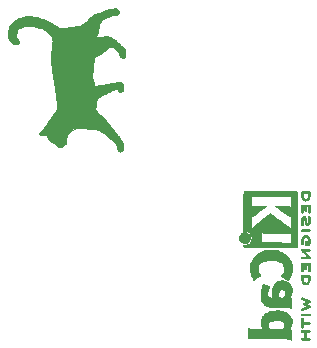
<source format=gbr>
G04 #@! TF.GenerationSoftware,KiCad,Pcbnew,5.99.0-unknown-df3fabf~86~ubuntu18.04.1*
G04 #@! TF.CreationDate,2019-10-25T19:04:56-04:00*
G04 #@! TF.ProjectId,bc95_bc35_module_board,62633935-5f62-4633-9335-5f6d6f64756c,rev?*
G04 #@! TF.SameCoordinates,Original*
G04 #@! TF.FileFunction,Legend,Bot*
G04 #@! TF.FilePolarity,Positive*
%FSLAX46Y46*%
G04 Gerber Fmt 4.6, Leading zero omitted, Abs format (unit mm)*
G04 Created by KiCad (PCBNEW 5.99.0-unknown-df3fabf~86~ubuntu18.04.1) date 2019-10-25 19:04:56*
%MOMM*%
%LPD*%
G04 APERTURE LIST*
%ADD10C,0.010000*%
G04 APERTURE END LIST*
G36*
X168277631Y-117396891D02*
G01*
X168394000Y-117397375D01*
X168408175Y-117397443D01*
X168469937Y-117398029D01*
X168513620Y-117399352D01*
X168543001Y-117401897D01*
X168561855Y-117406152D01*
X168573959Y-117412604D01*
X168583089Y-117421738D01*
X168600506Y-117455196D01*
X168597604Y-117490144D01*
X168573100Y-117521047D01*
X168559897Y-117530056D01*
X168541361Y-117537508D01*
X168515333Y-117541876D01*
X168476787Y-117543931D01*
X168420700Y-117544444D01*
X168298045Y-117544444D01*
X168298045Y-118041155D01*
X168432871Y-118041155D01*
X168468662Y-118041228D01*
X168514992Y-118041991D01*
X168545526Y-118044167D01*
X168564557Y-118048464D01*
X168576374Y-118055588D01*
X168585271Y-118066245D01*
X168600341Y-118098496D01*
X168597673Y-118133783D01*
X168573100Y-118164514D01*
X168566845Y-118169169D01*
X168556321Y-118175105D01*
X168542391Y-118179636D01*
X168522317Y-118182952D01*
X168493360Y-118185241D01*
X168452780Y-118186692D01*
X168397840Y-118187495D01*
X168325799Y-118187838D01*
X168233920Y-118187911D01*
X167924485Y-118187911D01*
X167896776Y-118160202D01*
X167874533Y-118128823D01*
X167871844Y-118095594D01*
X167891645Y-118063733D01*
X167901415Y-118055447D01*
X167917307Y-118048035D01*
X167941275Y-118043698D01*
X167978148Y-118041662D01*
X168032756Y-118041155D01*
X168151289Y-118041155D01*
X168151289Y-117544444D01*
X168035776Y-117544444D01*
X167984078Y-117544006D01*
X167949554Y-117542042D01*
X167926978Y-117537526D01*
X167911126Y-117529433D01*
X167896776Y-117516735D01*
X167874533Y-117485357D01*
X167871844Y-117452128D01*
X167891645Y-117420266D01*
X167897835Y-117414634D01*
X167906041Y-117409544D01*
X167917817Y-117405457D01*
X167935276Y-117402279D01*
X167960530Y-117399913D01*
X167995690Y-117398262D01*
X168042869Y-117397231D01*
X168104177Y-117396723D01*
X168181727Y-117396641D01*
X168277631Y-117396891D01*
G37*
D10*
X168277631Y-117396891D02*
X168394000Y-117397375D01*
X168408175Y-117397443D01*
X168469937Y-117398029D01*
X168513620Y-117399352D01*
X168543001Y-117401897D01*
X168561855Y-117406152D01*
X168573959Y-117412604D01*
X168583089Y-117421738D01*
X168600506Y-117455196D01*
X168597604Y-117490144D01*
X168573100Y-117521047D01*
X168559897Y-117530056D01*
X168541361Y-117537508D01*
X168515333Y-117541876D01*
X168476787Y-117543931D01*
X168420700Y-117544444D01*
X168298045Y-117544444D01*
X168298045Y-118041155D01*
X168432871Y-118041155D01*
X168468662Y-118041228D01*
X168514992Y-118041991D01*
X168545526Y-118044167D01*
X168564557Y-118048464D01*
X168576374Y-118055588D01*
X168585271Y-118066245D01*
X168600341Y-118098496D01*
X168597673Y-118133783D01*
X168573100Y-118164514D01*
X168566845Y-118169169D01*
X168556321Y-118175105D01*
X168542391Y-118179636D01*
X168522317Y-118182952D01*
X168493360Y-118185241D01*
X168452780Y-118186692D01*
X168397840Y-118187495D01*
X168325799Y-118187838D01*
X168233920Y-118187911D01*
X167924485Y-118187911D01*
X167896776Y-118160202D01*
X167874533Y-118128823D01*
X167871844Y-118095594D01*
X167891645Y-118063733D01*
X167901415Y-118055447D01*
X167917307Y-118048035D01*
X167941275Y-118043698D01*
X167978148Y-118041662D01*
X168032756Y-118041155D01*
X168151289Y-118041155D01*
X168151289Y-117544444D01*
X168035776Y-117544444D01*
X167984078Y-117544006D01*
X167949554Y-117542042D01*
X167926978Y-117537526D01*
X167911126Y-117529433D01*
X167896776Y-117516735D01*
X167874533Y-117485357D01*
X167871844Y-117452128D01*
X167891645Y-117420266D01*
X167897835Y-117414634D01*
X167906041Y-117409544D01*
X167917817Y-117405457D01*
X167935276Y-117402279D01*
X167960530Y-117399913D01*
X167995690Y-117398262D01*
X168042869Y-117397231D01*
X168104177Y-117396723D01*
X168181727Y-117396641D01*
X168277631Y-117396891D01*
G36*
X167995178Y-116389083D02*
G01*
X167996631Y-116390443D01*
X168004992Y-116401646D01*
X168010547Y-116418748D01*
X168013840Y-116445918D01*
X168015418Y-116487322D01*
X168015822Y-116547127D01*
X168015822Y-116686489D01*
X168279589Y-116686489D01*
X168355417Y-116686564D01*
X168422083Y-116686972D01*
X168471867Y-116687954D01*
X168507784Y-116689750D01*
X168532850Y-116692601D01*
X168550081Y-116696747D01*
X168562492Y-116702429D01*
X168573100Y-116709886D01*
X168575906Y-116712176D01*
X168598548Y-116743354D01*
X168600112Y-116777734D01*
X168580267Y-116810666D01*
X168572191Y-116817645D01*
X168561593Y-116823117D01*
X168545749Y-116827137D01*
X168521773Y-116829928D01*
X168486774Y-116831712D01*
X168437864Y-116832711D01*
X168372154Y-116833148D01*
X168286756Y-116833244D01*
X168015822Y-116833244D01*
X168015822Y-116979180D01*
X168015821Y-116990280D01*
X168015596Y-117046798D01*
X168014457Y-117085642D01*
X168011657Y-117111035D01*
X168006450Y-117127196D01*
X167998089Y-117138348D01*
X167985826Y-117148711D01*
X167955138Y-117164559D01*
X167921358Y-117161457D01*
X167888822Y-117135813D01*
X167885105Y-117130871D01*
X167880269Y-117120662D01*
X167876506Y-117105236D01*
X167873683Y-117082114D01*
X167871670Y-117048817D01*
X167870333Y-117002863D01*
X167869542Y-116941772D01*
X167869163Y-116863065D01*
X167869067Y-116764260D01*
X167869068Y-116744233D01*
X167869158Y-116650110D01*
X167869498Y-116575595D01*
X167870239Y-116518189D01*
X167871535Y-116475389D01*
X167873537Y-116444696D01*
X167876396Y-116423609D01*
X167880266Y-116409627D01*
X167885298Y-116400250D01*
X167891645Y-116392978D01*
X167924362Y-116374172D01*
X167961939Y-116372725D01*
X167995178Y-116389083D01*
G37*
X167995178Y-116389083D02*
X167996631Y-116390443D01*
X168004992Y-116401646D01*
X168010547Y-116418748D01*
X168013840Y-116445918D01*
X168015418Y-116487322D01*
X168015822Y-116547127D01*
X168015822Y-116686489D01*
X168279589Y-116686489D01*
X168355417Y-116686564D01*
X168422083Y-116686972D01*
X168471867Y-116687954D01*
X168507784Y-116689750D01*
X168532850Y-116692601D01*
X168550081Y-116696747D01*
X168562492Y-116702429D01*
X168573100Y-116709886D01*
X168575906Y-116712176D01*
X168598548Y-116743354D01*
X168600112Y-116777734D01*
X168580267Y-116810666D01*
X168572191Y-116817645D01*
X168561593Y-116823117D01*
X168545749Y-116827137D01*
X168521773Y-116829928D01*
X168486774Y-116831712D01*
X168437864Y-116832711D01*
X168372154Y-116833148D01*
X168286756Y-116833244D01*
X168015822Y-116833244D01*
X168015822Y-116979180D01*
X168015821Y-116990280D01*
X168015596Y-117046798D01*
X168014457Y-117085642D01*
X168011657Y-117111035D01*
X168006450Y-117127196D01*
X167998089Y-117138348D01*
X167985826Y-117148711D01*
X167955138Y-117164559D01*
X167921358Y-117161457D01*
X167888822Y-117135813D01*
X167885105Y-117130871D01*
X167880269Y-117120662D01*
X167876506Y-117105236D01*
X167873683Y-117082114D01*
X167871670Y-117048817D01*
X167870333Y-117002863D01*
X167869542Y-116941772D01*
X167869163Y-116863065D01*
X167869067Y-116764260D01*
X167869068Y-116744233D01*
X167869158Y-116650110D01*
X167869498Y-116575595D01*
X167870239Y-116518189D01*
X167871535Y-116475389D01*
X167873537Y-116444696D01*
X167876396Y-116423609D01*
X167880266Y-116409627D01*
X167885298Y-116400250D01*
X167891645Y-116392978D01*
X167924362Y-116374172D01*
X167961939Y-116372725D01*
X167995178Y-116389083D01*
G36*
X168581264Y-116018873D02*
G01*
X168598739Y-116050233D01*
X168599575Y-116086034D01*
X168579082Y-116117472D01*
X168574416Y-116121348D01*
X168564949Y-116126814D01*
X168551267Y-116131021D01*
X168530748Y-116134133D01*
X168500768Y-116136313D01*
X168458704Y-116137724D01*
X168401932Y-116138529D01*
X168327830Y-116138893D01*
X168233773Y-116138978D01*
X167912227Y-116138978D01*
X167890647Y-116112327D01*
X167875877Y-116088614D01*
X167869067Y-116065600D01*
X167874949Y-116044594D01*
X167890647Y-116018873D01*
X167912227Y-115992222D01*
X168559684Y-115992222D01*
X168581264Y-116018873D01*
G37*
X168581264Y-116018873D02*
X168598739Y-116050233D01*
X168599575Y-116086034D01*
X168579082Y-116117472D01*
X168574416Y-116121348D01*
X168564949Y-116126814D01*
X168551267Y-116131021D01*
X168530748Y-116134133D01*
X168500768Y-116136313D01*
X168458704Y-116137724D01*
X168401932Y-116138529D01*
X168327830Y-116138893D01*
X168233773Y-116138978D01*
X167912227Y-116138978D01*
X167890647Y-116112327D01*
X167875877Y-116088614D01*
X167869067Y-116065600D01*
X167874949Y-116044594D01*
X167890647Y-116018873D01*
X167912227Y-115992222D01*
X168559684Y-115992222D01*
X168581264Y-116018873D01*
G36*
X167951915Y-114604772D02*
G01*
X167986481Y-114617636D01*
X168034826Y-114637395D01*
X168093825Y-114662619D01*
X168160355Y-114691881D01*
X168231291Y-114723750D01*
X168303507Y-114756799D01*
X168373880Y-114789599D01*
X168439285Y-114820720D01*
X168496597Y-114848735D01*
X168542692Y-114872214D01*
X168574446Y-114889728D01*
X168588733Y-114899849D01*
X168602102Y-114934257D01*
X168595741Y-114975954D01*
X168591044Y-114981319D01*
X168568893Y-114997148D01*
X168532132Y-115019350D01*
X168484415Y-115045767D01*
X168429393Y-115074240D01*
X168270150Y-115154014D01*
X168416742Y-115227201D01*
X168436032Y-115236897D01*
X168488380Y-115263875D01*
X168533170Y-115287904D01*
X168566154Y-115306668D01*
X168583089Y-115317854D01*
X168584332Y-115319000D01*
X168599619Y-115347121D01*
X168601302Y-115382183D01*
X168588733Y-115413224D01*
X168585884Y-115415650D01*
X168565259Y-115427910D01*
X168527708Y-115447648D01*
X168475880Y-115473552D01*
X168412423Y-115504315D01*
X168339985Y-115538625D01*
X168261216Y-115575175D01*
X168217093Y-115595415D01*
X168136365Y-115632188D01*
X168072687Y-115660645D01*
X168023752Y-115681669D01*
X167987257Y-115696146D01*
X167960895Y-115704961D01*
X167942361Y-115708996D01*
X167929352Y-115709138D01*
X167919561Y-115706270D01*
X167898678Y-115691613D01*
X167878377Y-115665010D01*
X167878035Y-115664255D01*
X167871034Y-115644665D01*
X167870504Y-115627210D01*
X167878478Y-115610298D01*
X167896989Y-115592337D01*
X167928071Y-115571737D01*
X167973756Y-115546905D01*
X168036078Y-115516250D01*
X168117071Y-115478180D01*
X168148454Y-115463546D01*
X168211638Y-115433797D01*
X168266244Y-115407703D01*
X168309290Y-115386708D01*
X168337793Y-115372261D01*
X168348770Y-115365809D01*
X168348189Y-115364450D01*
X168334242Y-115354458D01*
X168304704Y-115337167D01*
X168263087Y-115314570D01*
X168212903Y-115288662D01*
X168181414Y-115272689D01*
X168126061Y-115243739D01*
X168087044Y-115221251D01*
X168061566Y-115203035D01*
X168046831Y-115186904D01*
X168040042Y-115170670D01*
X168038400Y-115152143D01*
X168038875Y-115141640D01*
X168043082Y-115125524D01*
X168053946Y-115110210D01*
X168074219Y-115093612D01*
X168106654Y-115073643D01*
X168154004Y-115048217D01*
X168219022Y-115015248D01*
X168238277Y-115005515D01*
X168284946Y-114981057D01*
X168321109Y-114960822D01*
X168343497Y-114946689D01*
X168348845Y-114940540D01*
X168345573Y-114939173D01*
X168324664Y-114929798D01*
X168287725Y-114912938D01*
X168237874Y-114890021D01*
X168178226Y-114862480D01*
X168111898Y-114831745D01*
X168054677Y-114805030D01*
X167992688Y-114775407D01*
X167946949Y-114752336D01*
X167914908Y-114734357D01*
X167894014Y-114720010D01*
X167881718Y-114707834D01*
X167875466Y-114696368D01*
X167872574Y-114686958D01*
X167872425Y-114661853D01*
X167887768Y-114634710D01*
X167888753Y-114633410D01*
X167911388Y-114611326D01*
X167933613Y-114600277D01*
X167934253Y-114600231D01*
X167951915Y-114604772D01*
G37*
X167951915Y-114604772D02*
X167986481Y-114617636D01*
X168034826Y-114637395D01*
X168093825Y-114662619D01*
X168160355Y-114691881D01*
X168231291Y-114723750D01*
X168303507Y-114756799D01*
X168373880Y-114789599D01*
X168439285Y-114820720D01*
X168496597Y-114848735D01*
X168542692Y-114872214D01*
X168574446Y-114889728D01*
X168588733Y-114899849D01*
X168602102Y-114934257D01*
X168595741Y-114975954D01*
X168591044Y-114981319D01*
X168568893Y-114997148D01*
X168532132Y-115019350D01*
X168484415Y-115045767D01*
X168429393Y-115074240D01*
X168270150Y-115154014D01*
X168416742Y-115227201D01*
X168436032Y-115236897D01*
X168488380Y-115263875D01*
X168533170Y-115287904D01*
X168566154Y-115306668D01*
X168583089Y-115317854D01*
X168584332Y-115319000D01*
X168599619Y-115347121D01*
X168601302Y-115382183D01*
X168588733Y-115413224D01*
X168585884Y-115415650D01*
X168565259Y-115427910D01*
X168527708Y-115447648D01*
X168475880Y-115473552D01*
X168412423Y-115504315D01*
X168339985Y-115538625D01*
X168261216Y-115575175D01*
X168217093Y-115595415D01*
X168136365Y-115632188D01*
X168072687Y-115660645D01*
X168023752Y-115681669D01*
X167987257Y-115696146D01*
X167960895Y-115704961D01*
X167942361Y-115708996D01*
X167929352Y-115709138D01*
X167919561Y-115706270D01*
X167898678Y-115691613D01*
X167878377Y-115665010D01*
X167878035Y-115664255D01*
X167871034Y-115644665D01*
X167870504Y-115627210D01*
X167878478Y-115610298D01*
X167896989Y-115592337D01*
X167928071Y-115571737D01*
X167973756Y-115546905D01*
X168036078Y-115516250D01*
X168117071Y-115478180D01*
X168148454Y-115463546D01*
X168211638Y-115433797D01*
X168266244Y-115407703D01*
X168309290Y-115386708D01*
X168337793Y-115372261D01*
X168348770Y-115365809D01*
X168348189Y-115364450D01*
X168334242Y-115354458D01*
X168304704Y-115337167D01*
X168263087Y-115314570D01*
X168212903Y-115288662D01*
X168181414Y-115272689D01*
X168126061Y-115243739D01*
X168087044Y-115221251D01*
X168061566Y-115203035D01*
X168046831Y-115186904D01*
X168040042Y-115170670D01*
X168038400Y-115152143D01*
X168038875Y-115141640D01*
X168043082Y-115125524D01*
X168053946Y-115110210D01*
X168074219Y-115093612D01*
X168106654Y-115073643D01*
X168154004Y-115048217D01*
X168219022Y-115015248D01*
X168238277Y-115005515D01*
X168284946Y-114981057D01*
X168321109Y-114960822D01*
X168343497Y-114946689D01*
X168348845Y-114940540D01*
X168345573Y-114939173D01*
X168324664Y-114929798D01*
X168287725Y-114912938D01*
X168237874Y-114890021D01*
X168178226Y-114862480D01*
X168111898Y-114831745D01*
X168054677Y-114805030D01*
X167992688Y-114775407D01*
X167946949Y-114752336D01*
X167914908Y-114734357D01*
X167894014Y-114720010D01*
X167881718Y-114707834D01*
X167875466Y-114696368D01*
X167872574Y-114686958D01*
X167872425Y-114661853D01*
X167887768Y-114634710D01*
X167888753Y-114633410D01*
X167911388Y-114611326D01*
X167933613Y-114600277D01*
X167934253Y-114600231D01*
X167951915Y-114604772D01*
G36*
X168295526Y-112712825D02*
G01*
X168374311Y-112713050D01*
X168435021Y-112713668D01*
X168456089Y-112714225D01*
X168480396Y-112714867D01*
X168513175Y-112716837D01*
X168536095Y-112719765D01*
X168551897Y-112723842D01*
X168563319Y-112729257D01*
X168573100Y-112736197D01*
X168602845Y-112759594D01*
X168602251Y-112925286D01*
X168601953Y-112960082D01*
X168598522Y-113058565D01*
X168590839Y-113139527D01*
X168578282Y-113206621D01*
X168560227Y-113263504D01*
X168536052Y-113313831D01*
X168534135Y-113317190D01*
X168497417Y-113375002D01*
X168460451Y-113417356D01*
X168416966Y-113450172D01*
X168360689Y-113479372D01*
X168351073Y-113483654D01*
X168287887Y-113506231D01*
X168232509Y-113513203D01*
X168177483Y-113504601D01*
X168115351Y-113480459D01*
X168113658Y-113479663D01*
X168044236Y-113439212D01*
X167987638Y-113388527D01*
X167943070Y-113325802D01*
X167909741Y-113249226D01*
X167886861Y-113156991D01*
X167873636Y-113047288D01*
X167869275Y-112918309D01*
X167869270Y-112914737D01*
X167869372Y-112870844D01*
X168015822Y-112870844D01*
X168016270Y-112958333D01*
X168018746Y-113025253D01*
X168029998Y-113117651D01*
X168049537Y-113196966D01*
X168076511Y-113258940D01*
X168097240Y-113289880D01*
X168127006Y-113318000D01*
X168169434Y-113341340D01*
X168185400Y-113348467D01*
X168217902Y-113360291D01*
X168242333Y-113362721D01*
X168267061Y-113357108D01*
X168282939Y-113351382D01*
X168342847Y-113318452D01*
X168388600Y-113271114D01*
X168421736Y-113207348D01*
X168443790Y-113125139D01*
X168444292Y-113122345D01*
X168450255Y-113076060D01*
X168454483Y-113019664D01*
X168456089Y-112964726D01*
X168456089Y-112870844D01*
X168015822Y-112870844D01*
X167869372Y-112870844D01*
X167869410Y-112854717D01*
X167870446Y-112812786D01*
X167873040Y-112784672D01*
X167877853Y-112766103D01*
X167885544Y-112752806D01*
X167896776Y-112740509D01*
X167924485Y-112712800D01*
X168233920Y-112712800D01*
X168295526Y-112712825D01*
G37*
X168295526Y-112712825D02*
X168374311Y-112713050D01*
X168435021Y-112713668D01*
X168456089Y-112714225D01*
X168480396Y-112714867D01*
X168513175Y-112716837D01*
X168536095Y-112719765D01*
X168551897Y-112723842D01*
X168563319Y-112729257D01*
X168573100Y-112736197D01*
X168602845Y-112759594D01*
X168602251Y-112925286D01*
X168601953Y-112960082D01*
X168598522Y-113058565D01*
X168590839Y-113139527D01*
X168578282Y-113206621D01*
X168560227Y-113263504D01*
X168536052Y-113313831D01*
X168534135Y-113317190D01*
X168497417Y-113375002D01*
X168460451Y-113417356D01*
X168416966Y-113450172D01*
X168360689Y-113479372D01*
X168351073Y-113483654D01*
X168287887Y-113506231D01*
X168232509Y-113513203D01*
X168177483Y-113504601D01*
X168115351Y-113480459D01*
X168113658Y-113479663D01*
X168044236Y-113439212D01*
X167987638Y-113388527D01*
X167943070Y-113325802D01*
X167909741Y-113249226D01*
X167886861Y-113156991D01*
X167873636Y-113047288D01*
X167869275Y-112918309D01*
X167869270Y-112914737D01*
X167869372Y-112870844D01*
X168015822Y-112870844D01*
X168016270Y-112958333D01*
X168018746Y-113025253D01*
X168029998Y-113117651D01*
X168049537Y-113196966D01*
X168076511Y-113258940D01*
X168097240Y-113289880D01*
X168127006Y-113318000D01*
X168169434Y-113341340D01*
X168185400Y-113348467D01*
X168217902Y-113360291D01*
X168242333Y-113362721D01*
X168267061Y-113357108D01*
X168282939Y-113351382D01*
X168342847Y-113318452D01*
X168388600Y-113271114D01*
X168421736Y-113207348D01*
X168443790Y-113125139D01*
X168444292Y-113122345D01*
X168450255Y-113076060D01*
X168454483Y-113019664D01*
X168456089Y-112964726D01*
X168456089Y-112870844D01*
X168015822Y-112870844D01*
X167869372Y-112870844D01*
X167869410Y-112854717D01*
X167870446Y-112812786D01*
X167873040Y-112784672D01*
X167877853Y-112766103D01*
X167885544Y-112752806D01*
X167896776Y-112740509D01*
X167924485Y-112712800D01*
X168233920Y-112712800D01*
X168295526Y-112712825D01*
G36*
X168306911Y-111696829D02*
G01*
X168385228Y-111697061D01*
X168445496Y-111697681D01*
X168490393Y-111698874D01*
X168522602Y-111700821D01*
X168544800Y-111703706D01*
X168559669Y-111707712D01*
X168569889Y-111713021D01*
X168578138Y-111719817D01*
X168582795Y-111724332D01*
X168589282Y-111732562D01*
X168594194Y-111743922D01*
X168597749Y-111761190D01*
X168600167Y-111787145D01*
X168601667Y-111824564D01*
X168602467Y-111876227D01*
X168602787Y-111944911D01*
X168602845Y-112033394D01*
X168602838Y-112053069D01*
X168602572Y-112140094D01*
X168601806Y-112207746D01*
X168600392Y-112258701D01*
X168598180Y-112295633D01*
X168595022Y-112321217D01*
X168590769Y-112338129D01*
X168585271Y-112349043D01*
X168575285Y-112359536D01*
X168544168Y-112372797D01*
X168508280Y-112371614D01*
X168476733Y-112355450D01*
X168474457Y-112353261D01*
X168468189Y-112344573D01*
X168463523Y-112331231D01*
X168460227Y-112310248D01*
X168458068Y-112278637D01*
X168456814Y-112233410D01*
X168456231Y-112171580D01*
X168456089Y-112090161D01*
X168456089Y-111843555D01*
X168298045Y-111843555D01*
X168298045Y-112005994D01*
X168297964Y-112041662D01*
X168297167Y-112097432D01*
X168295162Y-112136570D01*
X168291521Y-112163024D01*
X168285812Y-112180741D01*
X168277607Y-112193671D01*
X168274423Y-112197314D01*
X168243448Y-112215722D01*
X168207112Y-112216356D01*
X168173493Y-112198817D01*
X168173424Y-112198755D01*
X168164798Y-112189084D01*
X168158742Y-112175791D01*
X168154811Y-112155083D01*
X168152556Y-112123172D01*
X168151531Y-112076266D01*
X168151289Y-112010576D01*
X168151289Y-111842429D01*
X168086378Y-111845814D01*
X168021467Y-111849200D01*
X168018414Y-112091277D01*
X168018086Y-112116293D01*
X168016606Y-112197913D01*
X168014222Y-112260232D01*
X168010227Y-112305846D01*
X168003913Y-112337348D01*
X167994574Y-112357333D01*
X167981503Y-112368396D01*
X167963992Y-112373131D01*
X167941335Y-112374133D01*
X167938970Y-112374127D01*
X167918939Y-112372973D01*
X167903146Y-112368176D01*
X167891090Y-112357368D01*
X167882267Y-112338183D01*
X167876175Y-112308255D01*
X167872311Y-112265217D01*
X167870174Y-112206701D01*
X167869260Y-112130343D01*
X167869067Y-112033774D01*
X167869067Y-111743594D01*
X167898811Y-111720197D01*
X167905495Y-111715248D01*
X167916066Y-111709404D01*
X167930153Y-111704943D01*
X167950478Y-111701679D01*
X167979765Y-111699426D01*
X168020737Y-111697998D01*
X168076117Y-111697208D01*
X168148628Y-111696871D01*
X168240994Y-111696800D01*
X168306911Y-111696829D01*
G37*
X168306911Y-111696829D02*
X168385228Y-111697061D01*
X168445496Y-111697681D01*
X168490393Y-111698874D01*
X168522602Y-111700821D01*
X168544800Y-111703706D01*
X168559669Y-111707712D01*
X168569889Y-111713021D01*
X168578138Y-111719817D01*
X168582795Y-111724332D01*
X168589282Y-111732562D01*
X168594194Y-111743922D01*
X168597749Y-111761190D01*
X168600167Y-111787145D01*
X168601667Y-111824564D01*
X168602467Y-111876227D01*
X168602787Y-111944911D01*
X168602845Y-112033394D01*
X168602838Y-112053069D01*
X168602572Y-112140094D01*
X168601806Y-112207746D01*
X168600392Y-112258701D01*
X168598180Y-112295633D01*
X168595022Y-112321217D01*
X168590769Y-112338129D01*
X168585271Y-112349043D01*
X168575285Y-112359536D01*
X168544168Y-112372797D01*
X168508280Y-112371614D01*
X168476733Y-112355450D01*
X168474457Y-112353261D01*
X168468189Y-112344573D01*
X168463523Y-112331231D01*
X168460227Y-112310248D01*
X168458068Y-112278637D01*
X168456814Y-112233410D01*
X168456231Y-112171580D01*
X168456089Y-112090161D01*
X168456089Y-111843555D01*
X168298045Y-111843555D01*
X168298045Y-112005994D01*
X168297964Y-112041662D01*
X168297167Y-112097432D01*
X168295162Y-112136570D01*
X168291521Y-112163024D01*
X168285812Y-112180741D01*
X168277607Y-112193671D01*
X168274423Y-112197314D01*
X168243448Y-112215722D01*
X168207112Y-112216356D01*
X168173493Y-112198817D01*
X168173424Y-112198755D01*
X168164798Y-112189084D01*
X168158742Y-112175791D01*
X168154811Y-112155083D01*
X168152556Y-112123172D01*
X168151531Y-112076266D01*
X168151289Y-112010576D01*
X168151289Y-111842429D01*
X168086378Y-111845814D01*
X168021467Y-111849200D01*
X168018414Y-112091277D01*
X168018086Y-112116293D01*
X168016606Y-112197913D01*
X168014222Y-112260232D01*
X168010227Y-112305846D01*
X168003913Y-112337348D01*
X167994574Y-112357333D01*
X167981503Y-112368396D01*
X167963992Y-112373131D01*
X167941335Y-112374133D01*
X167938970Y-112374127D01*
X167918939Y-112372973D01*
X167903146Y-112368176D01*
X167891090Y-112357368D01*
X167882267Y-112338183D01*
X167876175Y-112308255D01*
X167872311Y-112265217D01*
X167870174Y-112206701D01*
X167869260Y-112130343D01*
X167869067Y-112033774D01*
X167869067Y-111743594D01*
X167898811Y-111720197D01*
X167905495Y-111715248D01*
X167916066Y-111709404D01*
X167930153Y-111704943D01*
X167950478Y-111701679D01*
X167979765Y-111699426D01*
X168020737Y-111697998D01*
X168076117Y-111697208D01*
X168148628Y-111696871D01*
X168240994Y-111696800D01*
X168306911Y-111696829D01*
G36*
X168294486Y-110511489D02*
G01*
X168373573Y-110511708D01*
X168434516Y-110512317D01*
X168480062Y-110513508D01*
X168512963Y-110515471D01*
X168535968Y-110518397D01*
X168551826Y-110522477D01*
X168563286Y-110527903D01*
X168573100Y-110534864D01*
X168597493Y-110565292D01*
X168600372Y-110600235D01*
X168581282Y-110637216D01*
X168577807Y-110641400D01*
X168569279Y-110649576D01*
X168557728Y-110655636D01*
X168539896Y-110660019D01*
X168512524Y-110663161D01*
X168472354Y-110665498D01*
X168416128Y-110667469D01*
X168340589Y-110669511D01*
X168121458Y-110675155D01*
X168362099Y-110940444D01*
X168428875Y-111014278D01*
X168486991Y-111079458D01*
X168531949Y-111131652D01*
X168564871Y-111172727D01*
X168586879Y-111204545D01*
X168599094Y-111228974D01*
X168602639Y-111247876D01*
X168598636Y-111263117D01*
X168588207Y-111276561D01*
X168572474Y-111290073D01*
X168563991Y-111296318D01*
X168553413Y-111301950D01*
X168539255Y-111306161D01*
X168518803Y-111309113D01*
X168489342Y-111310968D01*
X168448161Y-111311887D01*
X168392544Y-111312032D01*
X168319779Y-111311565D01*
X168227151Y-111310648D01*
X167912199Y-111307333D01*
X167890633Y-111280682D01*
X167874441Y-111254617D01*
X167871670Y-111221759D01*
X167890623Y-111187228D01*
X167894208Y-111182916D01*
X167902737Y-111174784D01*
X167914329Y-111168755D01*
X167932235Y-111164394D01*
X167959706Y-111161266D01*
X167999994Y-111158937D01*
X168056351Y-111156971D01*
X168132029Y-111154933D01*
X168351878Y-111149289D01*
X168188084Y-110968666D01*
X168109451Y-110881928D01*
X168041058Y-110806157D01*
X167985708Y-110744020D01*
X167942338Y-110693922D01*
X167909881Y-110654265D01*
X167887273Y-110623452D01*
X167873448Y-110599886D01*
X167867343Y-110581970D01*
X167867892Y-110568107D01*
X167874029Y-110556699D01*
X167884691Y-110546150D01*
X167898811Y-110534864D01*
X167904772Y-110530411D01*
X167915268Y-110524412D01*
X167929093Y-110519833D01*
X167948998Y-110516481D01*
X167977732Y-110514167D01*
X168018045Y-110512699D01*
X168072687Y-110511887D01*
X168144407Y-110511540D01*
X168235956Y-110511466D01*
X168294486Y-110511489D01*
G37*
X168294486Y-110511489D02*
X168373573Y-110511708D01*
X168434516Y-110512317D01*
X168480062Y-110513508D01*
X168512963Y-110515471D01*
X168535968Y-110518397D01*
X168551826Y-110522477D01*
X168563286Y-110527903D01*
X168573100Y-110534864D01*
X168597493Y-110565292D01*
X168600372Y-110600235D01*
X168581282Y-110637216D01*
X168577807Y-110641400D01*
X168569279Y-110649576D01*
X168557728Y-110655636D01*
X168539896Y-110660019D01*
X168512524Y-110663161D01*
X168472354Y-110665498D01*
X168416128Y-110667469D01*
X168340589Y-110669511D01*
X168121458Y-110675155D01*
X168362099Y-110940444D01*
X168428875Y-111014278D01*
X168486991Y-111079458D01*
X168531949Y-111131652D01*
X168564871Y-111172727D01*
X168586879Y-111204545D01*
X168599094Y-111228974D01*
X168602639Y-111247876D01*
X168598636Y-111263117D01*
X168588207Y-111276561D01*
X168572474Y-111290073D01*
X168563991Y-111296318D01*
X168553413Y-111301950D01*
X168539255Y-111306161D01*
X168518803Y-111309113D01*
X168489342Y-111310968D01*
X168448161Y-111311887D01*
X168392544Y-111312032D01*
X168319779Y-111311565D01*
X168227151Y-111310648D01*
X167912199Y-111307333D01*
X167890633Y-111280682D01*
X167874441Y-111254617D01*
X167871670Y-111221759D01*
X167890623Y-111187228D01*
X167894208Y-111182916D01*
X167902737Y-111174784D01*
X167914329Y-111168755D01*
X167932235Y-111164394D01*
X167959706Y-111161266D01*
X167999994Y-111158937D01*
X168056351Y-111156971D01*
X168132029Y-111154933D01*
X168351878Y-111149289D01*
X168188084Y-110968666D01*
X168109451Y-110881928D01*
X168041058Y-110806157D01*
X167985708Y-110744020D01*
X167942338Y-110693922D01*
X167909881Y-110654265D01*
X167887273Y-110623452D01*
X167873448Y-110599886D01*
X167867343Y-110581970D01*
X167867892Y-110568107D01*
X167874029Y-110556699D01*
X167884691Y-110546150D01*
X167898811Y-110534864D01*
X167904772Y-110530411D01*
X167915268Y-110524412D01*
X167929093Y-110519833D01*
X167948998Y-110516481D01*
X167977732Y-110514167D01*
X168018045Y-110512699D01*
X168072687Y-110511887D01*
X168144407Y-110511540D01*
X168235956Y-110511466D01*
X168294486Y-110511489D01*
G36*
X168254259Y-109327702D02*
G01*
X168305592Y-109340643D01*
X168362118Y-109363806D01*
X168416035Y-109393698D01*
X168459539Y-109426827D01*
X168469887Y-109437023D01*
X168521662Y-109504108D01*
X168561554Y-109584234D01*
X168585956Y-109670444D01*
X168594068Y-109725408D01*
X168600673Y-109818861D01*
X168598586Y-109908642D01*
X168588340Y-109991131D01*
X168570470Y-110062714D01*
X168545508Y-110119772D01*
X168513988Y-110158689D01*
X168512012Y-110160064D01*
X168486786Y-110167152D01*
X168439535Y-110171391D01*
X168370071Y-110172800D01*
X168307838Y-110171940D01*
X168260456Y-110167220D01*
X168228353Y-110155530D01*
X168208800Y-110133761D01*
X168199070Y-110098802D01*
X168196433Y-110047544D01*
X168198161Y-109976877D01*
X168201173Y-109928257D01*
X168209366Y-109878061D01*
X168223419Y-109845567D01*
X168244654Y-109828108D01*
X168274394Y-109823017D01*
X168278936Y-109823123D01*
X168313730Y-109831825D01*
X168337147Y-109855835D01*
X168350347Y-109897100D01*
X168354489Y-109957569D01*
X168354489Y-110026044D01*
X168392841Y-110026044D01*
X168401976Y-110025994D01*
X168419227Y-110023773D01*
X168429521Y-110014506D01*
X168436459Y-109993125D01*
X168443641Y-109954564D01*
X168444575Y-109949090D01*
X168454478Y-109852140D01*
X168451559Y-109762148D01*
X168436829Y-109681240D01*
X168411299Y-109611541D01*
X168375978Y-109555176D01*
X168331879Y-109514271D01*
X168280012Y-109490949D01*
X168221388Y-109487337D01*
X168192494Y-109492855D01*
X168136604Y-109519539D01*
X168090945Y-109565727D01*
X168056108Y-109630709D01*
X168032690Y-109713771D01*
X168028241Y-109738445D01*
X168017742Y-109827774D01*
X168018971Y-109907581D01*
X168031906Y-109985674D01*
X168038696Y-110020817D01*
X168039713Y-110066255D01*
X168027182Y-110097570D01*
X168000395Y-110117723D01*
X167972148Y-110124107D01*
X167940924Y-110114621D01*
X167927499Y-110105292D01*
X167903967Y-110071057D01*
X167886095Y-110018435D01*
X167874599Y-109949919D01*
X167870192Y-109868000D01*
X167874179Y-109770850D01*
X167890494Y-109664843D01*
X167918545Y-109571031D01*
X167957452Y-109492235D01*
X168006334Y-109431281D01*
X168039195Y-109405211D01*
X168088394Y-109375703D01*
X168142252Y-109350432D01*
X168193419Y-109332782D01*
X168234544Y-109326142D01*
X168254259Y-109327702D01*
G37*
X168254259Y-109327702D02*
X168305592Y-109340643D01*
X168362118Y-109363806D01*
X168416035Y-109393698D01*
X168459539Y-109426827D01*
X168469887Y-109437023D01*
X168521662Y-109504108D01*
X168561554Y-109584234D01*
X168585956Y-109670444D01*
X168594068Y-109725408D01*
X168600673Y-109818861D01*
X168598586Y-109908642D01*
X168588340Y-109991131D01*
X168570470Y-110062714D01*
X168545508Y-110119772D01*
X168513988Y-110158689D01*
X168512012Y-110160064D01*
X168486786Y-110167152D01*
X168439535Y-110171391D01*
X168370071Y-110172800D01*
X168307838Y-110171940D01*
X168260456Y-110167220D01*
X168228353Y-110155530D01*
X168208800Y-110133761D01*
X168199070Y-110098802D01*
X168196433Y-110047544D01*
X168198161Y-109976877D01*
X168201173Y-109928257D01*
X168209366Y-109878061D01*
X168223419Y-109845567D01*
X168244654Y-109828108D01*
X168274394Y-109823017D01*
X168278936Y-109823123D01*
X168313730Y-109831825D01*
X168337147Y-109855835D01*
X168350347Y-109897100D01*
X168354489Y-109957569D01*
X168354489Y-110026044D01*
X168392841Y-110026044D01*
X168401976Y-110025994D01*
X168419227Y-110023773D01*
X168429521Y-110014506D01*
X168436459Y-109993125D01*
X168443641Y-109954564D01*
X168444575Y-109949090D01*
X168454478Y-109852140D01*
X168451559Y-109762148D01*
X168436829Y-109681240D01*
X168411299Y-109611541D01*
X168375978Y-109555176D01*
X168331879Y-109514271D01*
X168280012Y-109490949D01*
X168221388Y-109487337D01*
X168192494Y-109492855D01*
X168136604Y-109519539D01*
X168090945Y-109565727D01*
X168056108Y-109630709D01*
X168032690Y-109713771D01*
X168028241Y-109738445D01*
X168017742Y-109827774D01*
X168018971Y-109907581D01*
X168031906Y-109985674D01*
X168038696Y-110020817D01*
X168039713Y-110066255D01*
X168027182Y-110097570D01*
X168000395Y-110117723D01*
X167972148Y-110124107D01*
X167940924Y-110114621D01*
X167927499Y-110105292D01*
X167903967Y-110071057D01*
X167886095Y-110018435D01*
X167874599Y-109949919D01*
X167870192Y-109868000D01*
X167874179Y-109770850D01*
X167890494Y-109664843D01*
X167918545Y-109571031D01*
X167957452Y-109492235D01*
X168006334Y-109431281D01*
X168039195Y-109405211D01*
X168088394Y-109375703D01*
X168142252Y-109350432D01*
X168193419Y-109332782D01*
X168234544Y-109326142D01*
X168254259Y-109327702D01*
G36*
X168321567Y-108852041D02*
G01*
X168395789Y-108852299D01*
X168452541Y-108852970D01*
X168494512Y-108854248D01*
X168524389Y-108856327D01*
X168544861Y-108859401D01*
X168558614Y-108863666D01*
X168568337Y-108869316D01*
X168576717Y-108876545D01*
X168598181Y-108908009D01*
X168599947Y-108943174D01*
X168580267Y-108976178D01*
X168574398Y-108981484D01*
X168565314Y-108986934D01*
X168551973Y-108991100D01*
X168531757Y-108994154D01*
X168502049Y-108996268D01*
X168460232Y-108997614D01*
X168403689Y-108998362D01*
X168329802Y-108998686D01*
X168235956Y-108998755D01*
X168160294Y-108998716D01*
X168082385Y-108998461D01*
X168022375Y-108997817D01*
X167977648Y-108996613D01*
X167945585Y-108994676D01*
X167923571Y-108991836D01*
X167908987Y-108987921D01*
X167899218Y-108982758D01*
X167891645Y-108976178D01*
X167872623Y-108946994D01*
X167873463Y-108913863D01*
X167896776Y-108879709D01*
X167924485Y-108852000D01*
X168237537Y-108852000D01*
X168321567Y-108852041D01*
G37*
X168321567Y-108852041D02*
X168395789Y-108852299D01*
X168452541Y-108852970D01*
X168494512Y-108854248D01*
X168524389Y-108856327D01*
X168544861Y-108859401D01*
X168558614Y-108863666D01*
X168568337Y-108869316D01*
X168576717Y-108876545D01*
X168598181Y-108908009D01*
X168599947Y-108943174D01*
X168580267Y-108976178D01*
X168574398Y-108981484D01*
X168565314Y-108986934D01*
X168551973Y-108991100D01*
X168531757Y-108994154D01*
X168502049Y-108996268D01*
X168460232Y-108997614D01*
X168403689Y-108998362D01*
X168329802Y-108998686D01*
X168235956Y-108998755D01*
X168160294Y-108998716D01*
X168082385Y-108998461D01*
X168022375Y-108997817D01*
X167977648Y-108996613D01*
X167945585Y-108994676D01*
X167923571Y-108991836D01*
X167908987Y-108987921D01*
X167899218Y-108982758D01*
X167891645Y-108976178D01*
X167872623Y-108946994D01*
X167873463Y-108913863D01*
X167896776Y-108879709D01*
X167924485Y-108852000D01*
X168237537Y-108852000D01*
X168321567Y-108852041D01*
G36*
X168120232Y-107724048D02*
G01*
X168145029Y-107729840D01*
X168166699Y-107744647D01*
X168194049Y-107772620D01*
X168201378Y-107780598D01*
X168222281Y-107804308D01*
X168239251Y-107826702D01*
X168253205Y-107850735D01*
X168265056Y-107879363D01*
X168275720Y-107915540D01*
X168286111Y-107962220D01*
X168297146Y-108022359D01*
X168309738Y-108098910D01*
X168324804Y-108194829D01*
X168327838Y-108213192D01*
X168341458Y-108275522D01*
X168357192Y-108320740D01*
X168374263Y-108347024D01*
X168391897Y-108352553D01*
X168396168Y-108349932D01*
X168411233Y-108332000D01*
X168427867Y-108303874D01*
X168433857Y-108291074D01*
X168441050Y-108269776D01*
X168445827Y-108243390D01*
X168448646Y-108207546D01*
X168449964Y-108157872D01*
X168450237Y-108090000D01*
X168450164Y-108072215D01*
X168449053Y-108004594D01*
X168446828Y-107939655D01*
X168443762Y-107884030D01*
X168440127Y-107844349D01*
X168436059Y-107808838D01*
X168435276Y-107779585D01*
X168439876Y-107760685D01*
X168450551Y-107745571D01*
X168454144Y-107741915D01*
X168485918Y-107725573D01*
X168521572Y-107726893D01*
X168552190Y-107745850D01*
X168563796Y-107766220D01*
X168576491Y-107802204D01*
X168586541Y-107844628D01*
X168587140Y-107848078D01*
X168592356Y-107890748D01*
X168596730Y-107948134D01*
X168599818Y-108013151D01*
X168601177Y-108078711D01*
X168601218Y-108094943D01*
X168598741Y-108193256D01*
X168590735Y-108273308D01*
X168576203Y-108338487D01*
X168554149Y-108392183D01*
X168523576Y-108437784D01*
X168483486Y-108478677D01*
X168457259Y-108498798D01*
X168427712Y-108510424D01*
X168387995Y-108513333D01*
X168376026Y-108513192D01*
X168343345Y-108509319D01*
X168316819Y-108496935D01*
X168285971Y-108471770D01*
X168263831Y-108450558D01*
X168241285Y-108424162D01*
X168222917Y-108394445D01*
X168207661Y-108358215D01*
X168194449Y-108312283D01*
X168182214Y-108253456D01*
X168169889Y-108178544D01*
X168156406Y-108084355D01*
X168149396Y-108039043D01*
X168134837Y-107971089D01*
X168118337Y-107921953D01*
X168100439Y-107892386D01*
X168081685Y-107883136D01*
X168062615Y-107894952D01*
X168043771Y-107928584D01*
X168042557Y-107931630D01*
X168030479Y-107977989D01*
X168022279Y-108040639D01*
X168018119Y-108114073D01*
X168018161Y-108192783D01*
X168022569Y-108271261D01*
X168031505Y-108344000D01*
X168032154Y-108347927D01*
X168039861Y-108396743D01*
X168043473Y-108428995D01*
X168042876Y-108449992D01*
X168037954Y-108465046D01*
X168028596Y-108479466D01*
X168027725Y-108480636D01*
X167997351Y-108505153D01*
X167961850Y-108509946D01*
X167927269Y-108494140D01*
X167922813Y-108489594D01*
X167907673Y-108459980D01*
X167894550Y-108412998D01*
X167883750Y-108352694D01*
X167875581Y-108283112D01*
X167870351Y-108208297D01*
X167868367Y-108132294D01*
X167869936Y-108059147D01*
X167875366Y-107992900D01*
X167884964Y-107937600D01*
X167899825Y-107886717D01*
X167932958Y-107815405D01*
X167975640Y-107764248D01*
X168027705Y-107733425D01*
X168088983Y-107723111D01*
X168120232Y-107724048D01*
G37*
X168120232Y-107724048D02*
X168145029Y-107729840D01*
X168166699Y-107744647D01*
X168194049Y-107772620D01*
X168201378Y-107780598D01*
X168222281Y-107804308D01*
X168239251Y-107826702D01*
X168253205Y-107850735D01*
X168265056Y-107879363D01*
X168275720Y-107915540D01*
X168286111Y-107962220D01*
X168297146Y-108022359D01*
X168309738Y-108098910D01*
X168324804Y-108194829D01*
X168327838Y-108213192D01*
X168341458Y-108275522D01*
X168357192Y-108320740D01*
X168374263Y-108347024D01*
X168391897Y-108352553D01*
X168396168Y-108349932D01*
X168411233Y-108332000D01*
X168427867Y-108303874D01*
X168433857Y-108291074D01*
X168441050Y-108269776D01*
X168445827Y-108243390D01*
X168448646Y-108207546D01*
X168449964Y-108157872D01*
X168450237Y-108090000D01*
X168450164Y-108072215D01*
X168449053Y-108004594D01*
X168446828Y-107939655D01*
X168443762Y-107884030D01*
X168440127Y-107844349D01*
X168436059Y-107808838D01*
X168435276Y-107779585D01*
X168439876Y-107760685D01*
X168450551Y-107745571D01*
X168454144Y-107741915D01*
X168485918Y-107725573D01*
X168521572Y-107726893D01*
X168552190Y-107745850D01*
X168563796Y-107766220D01*
X168576491Y-107802204D01*
X168586541Y-107844628D01*
X168587140Y-107848078D01*
X168592356Y-107890748D01*
X168596730Y-107948134D01*
X168599818Y-108013151D01*
X168601177Y-108078711D01*
X168601218Y-108094943D01*
X168598741Y-108193256D01*
X168590735Y-108273308D01*
X168576203Y-108338487D01*
X168554149Y-108392183D01*
X168523576Y-108437784D01*
X168483486Y-108478677D01*
X168457259Y-108498798D01*
X168427712Y-108510424D01*
X168387995Y-108513333D01*
X168376026Y-108513192D01*
X168343345Y-108509319D01*
X168316819Y-108496935D01*
X168285971Y-108471770D01*
X168263831Y-108450558D01*
X168241285Y-108424162D01*
X168222917Y-108394445D01*
X168207661Y-108358215D01*
X168194449Y-108312283D01*
X168182214Y-108253456D01*
X168169889Y-108178544D01*
X168156406Y-108084355D01*
X168149396Y-108039043D01*
X168134837Y-107971089D01*
X168118337Y-107921953D01*
X168100439Y-107892386D01*
X168081685Y-107883136D01*
X168062615Y-107894952D01*
X168043771Y-107928584D01*
X168042557Y-107931630D01*
X168030479Y-107977989D01*
X168022279Y-108040639D01*
X168018119Y-108114073D01*
X168018161Y-108192783D01*
X168022569Y-108271261D01*
X168031505Y-108344000D01*
X168032154Y-108347927D01*
X168039861Y-108396743D01*
X168043473Y-108428995D01*
X168042876Y-108449992D01*
X168037954Y-108465046D01*
X168028596Y-108479466D01*
X168027725Y-108480636D01*
X167997351Y-108505153D01*
X167961850Y-108509946D01*
X167927269Y-108494140D01*
X167922813Y-108489594D01*
X167907673Y-108459980D01*
X167894550Y-108412998D01*
X167883750Y-108352694D01*
X167875581Y-108283112D01*
X167870351Y-108208297D01*
X167868367Y-108132294D01*
X167869936Y-108059147D01*
X167875366Y-107992900D01*
X167884964Y-107937600D01*
X167899825Y-107886717D01*
X167932958Y-107815405D01*
X167975640Y-107764248D01*
X168027705Y-107733425D01*
X168088983Y-107723111D01*
X168120232Y-107724048D01*
G36*
X168310713Y-106752303D02*
G01*
X168388889Y-106752552D01*
X168449103Y-106753188D01*
X168493982Y-106754385D01*
X168526152Y-106756316D01*
X168548239Y-106759154D01*
X168562870Y-106763073D01*
X168572670Y-106768245D01*
X168580267Y-106774844D01*
X168583444Y-106778178D01*
X168589554Y-106786700D01*
X168594229Y-106798702D01*
X168597659Y-106816913D01*
X168600036Y-106844060D01*
X168601552Y-106882871D01*
X168602398Y-106936076D01*
X168602765Y-107006402D01*
X168602845Y-107096578D01*
X168602833Y-107138686D01*
X168602651Y-107219833D01*
X168602098Y-107282325D01*
X168600982Y-107328891D01*
X168599113Y-107362259D01*
X168596298Y-107385156D01*
X168592346Y-107400312D01*
X168587066Y-107410454D01*
X168580267Y-107418311D01*
X168558667Y-107433037D01*
X168529467Y-107440889D01*
X168505560Y-107435390D01*
X168478667Y-107418311D01*
X168474059Y-107413332D01*
X168467772Y-107403557D01*
X168463146Y-107389441D01*
X168459930Y-107367946D01*
X168457870Y-107336032D01*
X168456712Y-107290658D01*
X168456202Y-107228787D01*
X168456089Y-107147378D01*
X168456089Y-106899022D01*
X168298045Y-106899022D01*
X168298045Y-107060199D01*
X168297899Y-107096017D01*
X168296176Y-107161641D01*
X168291741Y-107208882D01*
X168283637Y-107240617D01*
X168270906Y-107259723D01*
X168252592Y-107269077D01*
X168227738Y-107271555D01*
X168207482Y-107270758D01*
X168185656Y-107265506D01*
X168170304Y-107252712D01*
X168160309Y-107229372D01*
X168154553Y-107192483D01*
X168151919Y-107139041D01*
X168151289Y-107066042D01*
X168151289Y-106897895D01*
X168086378Y-106901281D01*
X168021467Y-106904666D01*
X168018418Y-107152383D01*
X168017539Y-107214974D01*
X168016095Y-107283435D01*
X168014164Y-107334339D01*
X168011514Y-107370592D01*
X168007910Y-107395099D01*
X168003121Y-107410765D01*
X167996913Y-107420494D01*
X167990510Y-107426509D01*
X167958828Y-107439518D01*
X167923142Y-107435957D01*
X167892084Y-107416182D01*
X167889161Y-107412931D01*
X167882810Y-107403951D01*
X167877957Y-107391847D01*
X167874403Y-107373841D01*
X167871946Y-107347153D01*
X167870385Y-107309003D01*
X167869518Y-107256614D01*
X167869146Y-107187206D01*
X167869067Y-107097999D01*
X167869083Y-107043266D01*
X167869275Y-106966169D01*
X167869860Y-106907223D01*
X167871051Y-106863636D01*
X167873064Y-106832617D01*
X167876112Y-106811375D01*
X167880409Y-106797118D01*
X167886172Y-106787055D01*
X167893612Y-106778394D01*
X167895293Y-106776609D01*
X167902832Y-106769365D01*
X167911850Y-106763723D01*
X167924984Y-106759483D01*
X167944872Y-106756444D01*
X167974151Y-106754406D01*
X168015458Y-106753170D01*
X168071431Y-106752535D01*
X168144707Y-106752300D01*
X168237923Y-106752266D01*
X168310713Y-106752303D01*
G37*
X168310713Y-106752303D02*
X168388889Y-106752552D01*
X168449103Y-106753188D01*
X168493982Y-106754385D01*
X168526152Y-106756316D01*
X168548239Y-106759154D01*
X168562870Y-106763073D01*
X168572670Y-106768245D01*
X168580267Y-106774844D01*
X168583444Y-106778178D01*
X168589554Y-106786700D01*
X168594229Y-106798702D01*
X168597659Y-106816913D01*
X168600036Y-106844060D01*
X168601552Y-106882871D01*
X168602398Y-106936076D01*
X168602765Y-107006402D01*
X168602845Y-107096578D01*
X168602833Y-107138686D01*
X168602651Y-107219833D01*
X168602098Y-107282325D01*
X168600982Y-107328891D01*
X168599113Y-107362259D01*
X168596298Y-107385156D01*
X168592346Y-107400312D01*
X168587066Y-107410454D01*
X168580267Y-107418311D01*
X168558667Y-107433037D01*
X168529467Y-107440889D01*
X168505560Y-107435390D01*
X168478667Y-107418311D01*
X168474059Y-107413332D01*
X168467772Y-107403557D01*
X168463146Y-107389441D01*
X168459930Y-107367946D01*
X168457870Y-107336032D01*
X168456712Y-107290658D01*
X168456202Y-107228787D01*
X168456089Y-107147378D01*
X168456089Y-106899022D01*
X168298045Y-106899022D01*
X168298045Y-107060199D01*
X168297899Y-107096017D01*
X168296176Y-107161641D01*
X168291741Y-107208882D01*
X168283637Y-107240617D01*
X168270906Y-107259723D01*
X168252592Y-107269077D01*
X168227738Y-107271555D01*
X168207482Y-107270758D01*
X168185656Y-107265506D01*
X168170304Y-107252712D01*
X168160309Y-107229372D01*
X168154553Y-107192483D01*
X168151919Y-107139041D01*
X168151289Y-107066042D01*
X168151289Y-106897895D01*
X168086378Y-106901281D01*
X168021467Y-106904666D01*
X168018418Y-107152383D01*
X168017539Y-107214974D01*
X168016095Y-107283435D01*
X168014164Y-107334339D01*
X168011514Y-107370592D01*
X168007910Y-107395099D01*
X168003121Y-107410765D01*
X167996913Y-107420494D01*
X167990510Y-107426509D01*
X167958828Y-107439518D01*
X167923142Y-107435957D01*
X167892084Y-107416182D01*
X167889161Y-107412931D01*
X167882810Y-107403951D01*
X167877957Y-107391847D01*
X167874403Y-107373841D01*
X167871946Y-107347153D01*
X167870385Y-107309003D01*
X167869518Y-107256614D01*
X167869146Y-107187206D01*
X167869067Y-107097999D01*
X167869083Y-107043266D01*
X167869275Y-106966169D01*
X167869860Y-106907223D01*
X167871051Y-106863636D01*
X167873064Y-106832617D01*
X167876112Y-106811375D01*
X167880409Y-106797118D01*
X167886172Y-106787055D01*
X167893612Y-106778394D01*
X167895293Y-106776609D01*
X167902832Y-106769365D01*
X167911850Y-106763723D01*
X167924984Y-106759483D01*
X167944872Y-106756444D01*
X167974151Y-106754406D01*
X168015458Y-106753170D01*
X168071431Y-106752535D01*
X168144707Y-106752300D01*
X168237923Y-106752266D01*
X168310713Y-106752303D01*
G36*
X168135041Y-105623130D02*
G01*
X168235956Y-105623378D01*
X168311617Y-105623417D01*
X168389526Y-105623672D01*
X168449536Y-105624316D01*
X168494264Y-105625520D01*
X168526326Y-105627457D01*
X168548340Y-105630297D01*
X168562924Y-105634212D01*
X168572694Y-105639374D01*
X168580267Y-105645955D01*
X168586501Y-105652923D01*
X168593801Y-105665921D01*
X168598554Y-105685069D01*
X168601292Y-105714472D01*
X168602545Y-105758238D01*
X168602845Y-105820472D01*
X168602469Y-105869418D01*
X168598041Y-105976278D01*
X168587953Y-106065506D01*
X168571365Y-106140304D01*
X168547435Y-106203875D01*
X168515321Y-106259421D01*
X168474182Y-106310146D01*
X168468330Y-106316134D01*
X168419821Y-106353001D01*
X168359013Y-106384101D01*
X168294769Y-106405583D01*
X168235956Y-106413600D01*
X168214739Y-106412321D01*
X168157323Y-106400009D01*
X168097413Y-106377480D01*
X168043363Y-106348250D01*
X168003532Y-106315833D01*
X167986510Y-106296292D01*
X167947322Y-106241580D01*
X167917193Y-106181277D01*
X167895232Y-106112081D01*
X167880550Y-106030689D01*
X167872259Y-105933800D01*
X167870149Y-105846333D01*
X168015808Y-105846333D01*
X168015817Y-105849361D01*
X168017782Y-105900481D01*
X168022507Y-105960584D01*
X168029035Y-106017292D01*
X168038331Y-106067250D01*
X168064600Y-106142002D01*
X168103899Y-106199511D01*
X168156933Y-106241012D01*
X168208200Y-106262229D01*
X168256026Y-106263647D01*
X168306961Y-106245365D01*
X168352878Y-106215695D01*
X168395287Y-106168998D01*
X168425090Y-106107608D01*
X168444226Y-106028462D01*
X168444464Y-106026972D01*
X168450256Y-105978001D01*
X168454396Y-105919307D01*
X168456004Y-105863266D01*
X168456089Y-105770133D01*
X168015822Y-105770133D01*
X168015808Y-105846333D01*
X167870149Y-105846333D01*
X167869467Y-105818111D01*
X167869066Y-105778629D01*
X167868653Y-105732918D01*
X167870457Y-105697117D01*
X167876739Y-105670026D01*
X167889759Y-105650444D01*
X167911778Y-105637170D01*
X167945055Y-105629002D01*
X167991851Y-105624740D01*
X168015822Y-105624143D01*
X168054427Y-105623183D01*
X168135041Y-105623130D01*
G37*
X168135041Y-105623130D02*
X168235956Y-105623378D01*
X168311617Y-105623417D01*
X168389526Y-105623672D01*
X168449536Y-105624316D01*
X168494264Y-105625520D01*
X168526326Y-105627457D01*
X168548340Y-105630297D01*
X168562924Y-105634212D01*
X168572694Y-105639374D01*
X168580267Y-105645955D01*
X168586501Y-105652923D01*
X168593801Y-105665921D01*
X168598554Y-105685069D01*
X168601292Y-105714472D01*
X168602545Y-105758238D01*
X168602845Y-105820472D01*
X168602469Y-105869418D01*
X168598041Y-105976278D01*
X168587953Y-106065506D01*
X168571365Y-106140304D01*
X168547435Y-106203875D01*
X168515321Y-106259421D01*
X168474182Y-106310146D01*
X168468330Y-106316134D01*
X168419821Y-106353001D01*
X168359013Y-106384101D01*
X168294769Y-106405583D01*
X168235956Y-106413600D01*
X168214739Y-106412321D01*
X168157323Y-106400009D01*
X168097413Y-106377480D01*
X168043363Y-106348250D01*
X168003532Y-106315833D01*
X167986510Y-106296292D01*
X167947322Y-106241580D01*
X167917193Y-106181277D01*
X167895232Y-106112081D01*
X167880550Y-106030689D01*
X167872259Y-105933800D01*
X167870149Y-105846333D01*
X168015808Y-105846333D01*
X168015817Y-105849361D01*
X168017782Y-105900481D01*
X168022507Y-105960584D01*
X168029035Y-106017292D01*
X168038331Y-106067250D01*
X168064600Y-106142002D01*
X168103899Y-106199511D01*
X168156933Y-106241012D01*
X168208200Y-106262229D01*
X168256026Y-106263647D01*
X168306961Y-106245365D01*
X168352878Y-106215695D01*
X168395287Y-106168998D01*
X168425090Y-106107608D01*
X168444226Y-106028462D01*
X168444464Y-106026972D01*
X168450256Y-105978001D01*
X168454396Y-105919307D01*
X168456004Y-105863266D01*
X168456089Y-105770133D01*
X168015822Y-105770133D01*
X168015808Y-105846333D01*
X167870149Y-105846333D01*
X167869467Y-105818111D01*
X167869066Y-105778629D01*
X167868653Y-105732918D01*
X167870457Y-105697117D01*
X167876739Y-105670026D01*
X167889759Y-105650444D01*
X167911778Y-105637170D01*
X167945055Y-105629002D01*
X167991851Y-105624740D01*
X168015822Y-105624143D01*
X168054427Y-105623183D01*
X168135041Y-105623130D01*
G36*
X163134307Y-109095331D02*
G01*
X163175450Y-109097540D01*
X163207582Y-109103106D01*
X163238122Y-109113414D01*
X163274489Y-109129852D01*
X163301728Y-109143800D01*
X163387429Y-109202335D01*
X163456617Y-109274381D01*
X163507741Y-109358053D01*
X163539250Y-109451469D01*
X163546225Y-109484566D01*
X163553094Y-109525040D01*
X163554919Y-109558001D01*
X163551947Y-109592302D01*
X163544426Y-109636800D01*
X163532002Y-109688066D01*
X163494112Y-109778566D01*
X163439836Y-109857655D01*
X163371770Y-109923472D01*
X163292511Y-109974160D01*
X163204654Y-110007860D01*
X163110795Y-110022714D01*
X163013530Y-110016864D01*
X162917220Y-109990601D01*
X162828494Y-109945582D01*
X162753419Y-109884627D01*
X162693641Y-109809816D01*
X162650809Y-109723232D01*
X162626571Y-109626957D01*
X162622576Y-109523072D01*
X162632850Y-109445438D01*
X162660053Y-109362687D01*
X162705484Y-109287594D01*
X162771302Y-109215702D01*
X162815567Y-109177154D01*
X162873961Y-109137744D01*
X162934586Y-109112554D01*
X163003865Y-109099139D01*
X163088222Y-109095052D01*
X163134307Y-109095331D01*
G37*
X163134307Y-109095331D02*
X163175450Y-109097540D01*
X163207582Y-109103106D01*
X163238122Y-109113414D01*
X163274489Y-109129852D01*
X163301728Y-109143800D01*
X163387429Y-109202335D01*
X163456617Y-109274381D01*
X163507741Y-109358053D01*
X163539250Y-109451469D01*
X163546225Y-109484566D01*
X163553094Y-109525040D01*
X163554919Y-109558001D01*
X163551947Y-109592302D01*
X163544426Y-109636800D01*
X163532002Y-109688066D01*
X163494112Y-109778566D01*
X163439836Y-109857655D01*
X163371770Y-109923472D01*
X163292511Y-109974160D01*
X163204654Y-110007860D01*
X163110795Y-110022714D01*
X163013530Y-110016864D01*
X162917220Y-109990601D01*
X162828494Y-109945582D01*
X162753419Y-109884627D01*
X162693641Y-109809816D01*
X162650809Y-109723232D01*
X162626571Y-109626957D01*
X162622576Y-109523072D01*
X162632850Y-109445438D01*
X162660053Y-109362687D01*
X162705484Y-109287594D01*
X162771302Y-109215702D01*
X162815567Y-109177154D01*
X162873961Y-109137744D01*
X162934586Y-109112554D01*
X163003865Y-109099139D01*
X163088222Y-109095052D01*
X163134307Y-109095331D01*
G36*
X165920158Y-115714732D02*
G01*
X166071594Y-115723311D01*
X166208283Y-115742167D01*
X166334276Y-115772163D01*
X166453625Y-115814164D01*
X166570381Y-115869031D01*
X166681179Y-115935833D01*
X166794739Y-116026637D01*
X166890211Y-116130292D01*
X166967073Y-116246113D01*
X167024797Y-116373414D01*
X167062858Y-116511511D01*
X167068666Y-116549207D01*
X167074396Y-116628248D01*
X167074583Y-116716371D01*
X167069539Y-116805764D01*
X167059578Y-116888616D01*
X167045012Y-116957113D01*
X167035364Y-116987965D01*
X167005123Y-117065270D01*
X166967617Y-117142321D01*
X166926614Y-117211800D01*
X166885879Y-117266385D01*
X166866505Y-117289084D01*
X166848662Y-117311799D01*
X166841778Y-117323221D01*
X166843424Y-117324463D01*
X166861205Y-117327272D01*
X166894370Y-117329224D01*
X166937733Y-117329955D01*
X167033689Y-117329955D01*
X167033689Y-118188104D01*
X166972974Y-118153839D01*
X166963868Y-118148645D01*
X166949249Y-118140285D01*
X166935173Y-118132712D01*
X166920540Y-118125888D01*
X166904249Y-118119773D01*
X166885198Y-118114327D01*
X166862286Y-118109513D01*
X166834413Y-118105292D01*
X166800478Y-118101623D01*
X166759379Y-118098469D01*
X166710015Y-118095789D01*
X166651286Y-118093546D01*
X166582090Y-118091701D01*
X166501326Y-118090213D01*
X166407894Y-118089045D01*
X166300692Y-118088156D01*
X166178620Y-118087509D01*
X166040576Y-118087064D01*
X165885459Y-118086782D01*
X165712168Y-118086625D01*
X165519603Y-118086552D01*
X165306662Y-118086526D01*
X165072245Y-118086507D01*
X163387378Y-118086311D01*
X163387378Y-117180983D01*
X163424067Y-117205415D01*
X163433647Y-117211682D01*
X163479981Y-117237792D01*
X163527102Y-117255531D01*
X163582251Y-117267092D01*
X163652667Y-117274669D01*
X163659650Y-117275161D01*
X163697641Y-117276938D01*
X163751576Y-117278556D01*
X163818703Y-117280001D01*
X163896271Y-117281260D01*
X163981528Y-117282320D01*
X164071724Y-117283171D01*
X164164107Y-117283797D01*
X164255925Y-117284188D01*
X164344427Y-117284330D01*
X164426862Y-117284210D01*
X164500479Y-117283817D01*
X164562526Y-117283138D01*
X164610251Y-117282159D01*
X164640904Y-117280868D01*
X164651733Y-117279253D01*
X164647333Y-117271043D01*
X164632362Y-117249353D01*
X164610448Y-117219986D01*
X164576236Y-117171121D01*
X164529714Y-117082875D01*
X164496046Y-116984084D01*
X164493232Y-116969557D01*
X165047465Y-116969557D01*
X165059389Y-117054681D01*
X165086040Y-117138867D01*
X165126962Y-117217392D01*
X165170530Y-117284800D01*
X166320721Y-117284800D01*
X166367089Y-117214244D01*
X166390791Y-117173583D01*
X166416639Y-117119454D01*
X166434829Y-117070311D01*
X166450551Y-117006835D01*
X166461541Y-116910669D01*
X166453365Y-116826100D01*
X166425805Y-116752781D01*
X166378642Y-116690363D01*
X166311658Y-116638498D01*
X166224633Y-116596840D01*
X166117350Y-116565038D01*
X166105009Y-116562455D01*
X166043772Y-116554000D01*
X165966692Y-116548337D01*
X165879002Y-116545424D01*
X165785934Y-116545217D01*
X165692720Y-116547670D01*
X165604594Y-116552739D01*
X165526788Y-116560381D01*
X165464533Y-116570552D01*
X165458666Y-116571833D01*
X165348121Y-116600874D01*
X165257575Y-116635390D01*
X165184953Y-116676544D01*
X165128181Y-116725501D01*
X165085184Y-116783426D01*
X165069615Y-116815380D01*
X165050722Y-116888216D01*
X165047465Y-116969557D01*
X164493232Y-116969557D01*
X164474231Y-116871490D01*
X164463265Y-116741836D01*
X164462219Y-116649330D01*
X164472014Y-116527989D01*
X164496174Y-116417901D01*
X164535785Y-116314611D01*
X164591932Y-116213662D01*
X164622883Y-116168497D01*
X164714115Y-116063089D01*
X164823106Y-115971462D01*
X164949726Y-115893668D01*
X165093845Y-115829759D01*
X165255332Y-115779786D01*
X165434059Y-115743802D01*
X165629895Y-115721857D01*
X165785934Y-115716100D01*
X165842711Y-115714006D01*
X165920158Y-115714732D01*
G37*
X165920158Y-115714732D02*
X166071594Y-115723311D01*
X166208283Y-115742167D01*
X166334276Y-115772163D01*
X166453625Y-115814164D01*
X166570381Y-115869031D01*
X166681179Y-115935833D01*
X166794739Y-116026637D01*
X166890211Y-116130292D01*
X166967073Y-116246113D01*
X167024797Y-116373414D01*
X167062858Y-116511511D01*
X167068666Y-116549207D01*
X167074396Y-116628248D01*
X167074583Y-116716371D01*
X167069539Y-116805764D01*
X167059578Y-116888616D01*
X167045012Y-116957113D01*
X167035364Y-116987965D01*
X167005123Y-117065270D01*
X166967617Y-117142321D01*
X166926614Y-117211800D01*
X166885879Y-117266385D01*
X166866505Y-117289084D01*
X166848662Y-117311799D01*
X166841778Y-117323221D01*
X166843424Y-117324463D01*
X166861205Y-117327272D01*
X166894370Y-117329224D01*
X166937733Y-117329955D01*
X167033689Y-117329955D01*
X167033689Y-118188104D01*
X166972974Y-118153839D01*
X166963868Y-118148645D01*
X166949249Y-118140285D01*
X166935173Y-118132712D01*
X166920540Y-118125888D01*
X166904249Y-118119773D01*
X166885198Y-118114327D01*
X166862286Y-118109513D01*
X166834413Y-118105292D01*
X166800478Y-118101623D01*
X166759379Y-118098469D01*
X166710015Y-118095789D01*
X166651286Y-118093546D01*
X166582090Y-118091701D01*
X166501326Y-118090213D01*
X166407894Y-118089045D01*
X166300692Y-118088156D01*
X166178620Y-118087509D01*
X166040576Y-118087064D01*
X165885459Y-118086782D01*
X165712168Y-118086625D01*
X165519603Y-118086552D01*
X165306662Y-118086526D01*
X165072245Y-118086507D01*
X163387378Y-118086311D01*
X163387378Y-117180983D01*
X163424067Y-117205415D01*
X163433647Y-117211682D01*
X163479981Y-117237792D01*
X163527102Y-117255531D01*
X163582251Y-117267092D01*
X163652667Y-117274669D01*
X163659650Y-117275161D01*
X163697641Y-117276938D01*
X163751576Y-117278556D01*
X163818703Y-117280001D01*
X163896271Y-117281260D01*
X163981528Y-117282320D01*
X164071724Y-117283171D01*
X164164107Y-117283797D01*
X164255925Y-117284188D01*
X164344427Y-117284330D01*
X164426862Y-117284210D01*
X164500479Y-117283817D01*
X164562526Y-117283138D01*
X164610251Y-117282159D01*
X164640904Y-117280868D01*
X164651733Y-117279253D01*
X164647333Y-117271043D01*
X164632362Y-117249353D01*
X164610448Y-117219986D01*
X164576236Y-117171121D01*
X164529714Y-117082875D01*
X164496046Y-116984084D01*
X164493232Y-116969557D01*
X165047465Y-116969557D01*
X165059389Y-117054681D01*
X165086040Y-117138867D01*
X165126962Y-117217392D01*
X165170530Y-117284800D01*
X166320721Y-117284800D01*
X166367089Y-117214244D01*
X166390791Y-117173583D01*
X166416639Y-117119454D01*
X166434829Y-117070311D01*
X166450551Y-117006835D01*
X166461541Y-116910669D01*
X166453365Y-116826100D01*
X166425805Y-116752781D01*
X166378642Y-116690363D01*
X166311658Y-116638498D01*
X166224633Y-116596840D01*
X166117350Y-116565038D01*
X166105009Y-116562455D01*
X166043772Y-116554000D01*
X165966692Y-116548337D01*
X165879002Y-116545424D01*
X165785934Y-116545217D01*
X165692720Y-116547670D01*
X165604594Y-116552739D01*
X165526788Y-116560381D01*
X165464533Y-116570552D01*
X165458666Y-116571833D01*
X165348121Y-116600874D01*
X165257575Y-116635390D01*
X165184953Y-116676544D01*
X165128181Y-116725501D01*
X165085184Y-116783426D01*
X165069615Y-116815380D01*
X165050722Y-116888216D01*
X165047465Y-116969557D01*
X164493232Y-116969557D01*
X164474231Y-116871490D01*
X164463265Y-116741836D01*
X164462219Y-116649330D01*
X164472014Y-116527989D01*
X164496174Y-116417901D01*
X164535785Y-116314611D01*
X164591932Y-116213662D01*
X164622883Y-116168497D01*
X164714115Y-116063089D01*
X164823106Y-115971462D01*
X164949726Y-115893668D01*
X165093845Y-115829759D01*
X165255332Y-115779786D01*
X165434059Y-115743802D01*
X165629895Y-115721857D01*
X165785934Y-115716100D01*
X165842711Y-115714006D01*
X165920158Y-115714732D01*
G36*
X166277363Y-113172739D02*
G01*
X166352202Y-113176368D01*
X166414401Y-113183978D01*
X166470984Y-113196312D01*
X166597076Y-113240687D01*
X166711679Y-113303600D01*
X166812568Y-113383762D01*
X166898924Y-113480260D01*
X166969932Y-113592178D01*
X167024776Y-113718603D01*
X167062638Y-113858622D01*
X167068351Y-113894851D01*
X167074313Y-113973845D01*
X167074646Y-114062159D01*
X167069659Y-114151925D01*
X167059666Y-114235278D01*
X167044978Y-114304349D01*
X167014749Y-114390813D01*
X166960057Y-114500714D01*
X166892543Y-114598044D01*
X166841556Y-114660133D01*
X166937622Y-114663395D01*
X167033689Y-114666657D01*
X167033689Y-115089550D01*
X167033686Y-115100457D01*
X167033380Y-115194944D01*
X167032616Y-115281669D01*
X167031451Y-115358163D01*
X167029942Y-115421957D01*
X167028147Y-115470582D01*
X167026121Y-115501567D01*
X167023922Y-115512444D01*
X167023463Y-115512422D01*
X167007910Y-115505386D01*
X166985071Y-115489566D01*
X166979638Y-115485266D01*
X166965606Y-115474223D01*
X166952186Y-115464689D01*
X166937722Y-115456539D01*
X166920556Y-115449648D01*
X166899034Y-115443889D01*
X166871498Y-115439138D01*
X166836292Y-115435269D01*
X166791760Y-115432156D01*
X166736246Y-115429675D01*
X166668093Y-115427700D01*
X166585645Y-115426106D01*
X166487246Y-115424766D01*
X166371239Y-115423556D01*
X166235968Y-115422351D01*
X166079778Y-115421025D01*
X165937012Y-115419772D01*
X165791942Y-115418349D01*
X165666027Y-115416824D01*
X165557436Y-115415067D01*
X165464334Y-115412949D01*
X165384891Y-115410340D01*
X165317273Y-115407110D01*
X165259649Y-115403131D01*
X165210185Y-115398272D01*
X165167050Y-115392403D01*
X165128410Y-115385396D01*
X165092434Y-115377120D01*
X165057289Y-115367446D01*
X165021142Y-115356244D01*
X164982161Y-115343384D01*
X164939091Y-115327910D01*
X164846871Y-115285006D01*
X164767099Y-115231265D01*
X164692965Y-115162424D01*
X164629405Y-115084815D01*
X164567725Y-114980239D01*
X164520202Y-114860756D01*
X164486567Y-114725492D01*
X164466552Y-114573574D01*
X164459889Y-114404128D01*
X164460287Y-114346110D01*
X164462335Y-114280602D01*
X164466704Y-114219307D01*
X164474035Y-114157903D01*
X164484969Y-114092068D01*
X164500147Y-114017480D01*
X164520209Y-113929816D01*
X164545797Y-113824755D01*
X164552820Y-113796194D01*
X164570776Y-113720946D01*
X164586820Y-113650612D01*
X164600028Y-113589433D01*
X164609474Y-113541646D01*
X164614231Y-113511489D01*
X164617910Y-113483217D01*
X164623187Y-113456940D01*
X164627942Y-113446941D01*
X164636781Y-113450048D01*
X164664072Y-113460806D01*
X164706906Y-113478136D01*
X164762425Y-113500874D01*
X164827772Y-113527853D01*
X164900089Y-113557910D01*
X164915879Y-113564507D01*
X165006484Y-113603093D01*
X165076217Y-113634232D01*
X165125405Y-113658083D01*
X165154374Y-113674802D01*
X165163452Y-113684546D01*
X165161405Y-113692234D01*
X165151760Y-113718585D01*
X165136190Y-113757018D01*
X165116815Y-113802178D01*
X165078814Y-113896707D01*
X165037780Y-114033520D01*
X165012612Y-114174711D01*
X165008611Y-114212686D01*
X165006447Y-114315941D01*
X165019622Y-114403048D01*
X165048756Y-114474871D01*
X165094466Y-114532269D01*
X165157372Y-114576104D01*
X165238092Y-114607238D01*
X165337245Y-114626530D01*
X165396224Y-114633950D01*
X165389445Y-114472064D01*
X165389111Y-114446106D01*
X165911842Y-114446106D01*
X165911857Y-114454993D01*
X165912655Y-114510340D01*
X165914488Y-114557264D01*
X165917111Y-114591047D01*
X165920274Y-114606972D01*
X165926741Y-114611057D01*
X165948875Y-114615428D01*
X165987988Y-114618396D01*
X166045939Y-114620086D01*
X166124586Y-114620622D01*
X166320462Y-114620622D01*
X166376973Y-114575952D01*
X166392212Y-114563215D01*
X166434844Y-114516396D01*
X166470672Y-114455745D01*
X166475850Y-114445103D01*
X166492745Y-114406324D01*
X166502909Y-114371308D01*
X166508325Y-114331278D01*
X166510978Y-114277459D01*
X166511383Y-114259352D01*
X166508540Y-114183989D01*
X166496620Y-114123257D01*
X166474037Y-114071548D01*
X166439211Y-114023254D01*
X166434798Y-114018197D01*
X166379160Y-113969728D01*
X166315333Y-113941541D01*
X166240282Y-113932248D01*
X166168693Y-113939480D01*
X166105645Y-113964204D01*
X166047758Y-114008751D01*
X166000808Y-114063681D01*
X165960961Y-114136106D01*
X165933263Y-114222660D01*
X165917096Y-114325330D01*
X165911842Y-114446106D01*
X165389111Y-114446106D01*
X165387813Y-114345505D01*
X165394194Y-114194049D01*
X165408777Y-114045604D01*
X165430882Y-113909422D01*
X165445821Y-113844755D01*
X165488741Y-113712510D01*
X165545340Y-113590238D01*
X165614017Y-113480315D01*
X165693170Y-113385117D01*
X165781196Y-113307020D01*
X165876493Y-113248401D01*
X165928864Y-113224405D01*
X165999590Y-113198768D01*
X166070812Y-113182522D01*
X166149712Y-113174178D01*
X166240282Y-113172310D01*
X166243467Y-113172245D01*
X166277363Y-113172739D01*
G37*
X166277363Y-113172739D02*
X166352202Y-113176368D01*
X166414401Y-113183978D01*
X166470984Y-113196312D01*
X166597076Y-113240687D01*
X166711679Y-113303600D01*
X166812568Y-113383762D01*
X166898924Y-113480260D01*
X166969932Y-113592178D01*
X167024776Y-113718603D01*
X167062638Y-113858622D01*
X167068351Y-113894851D01*
X167074313Y-113973845D01*
X167074646Y-114062159D01*
X167069659Y-114151925D01*
X167059666Y-114235278D01*
X167044978Y-114304349D01*
X167014749Y-114390813D01*
X166960057Y-114500714D01*
X166892543Y-114598044D01*
X166841556Y-114660133D01*
X166937622Y-114663395D01*
X167033689Y-114666657D01*
X167033689Y-115089550D01*
X167033686Y-115100457D01*
X167033380Y-115194944D01*
X167032616Y-115281669D01*
X167031451Y-115358163D01*
X167029942Y-115421957D01*
X167028147Y-115470582D01*
X167026121Y-115501567D01*
X167023922Y-115512444D01*
X167023463Y-115512422D01*
X167007910Y-115505386D01*
X166985071Y-115489566D01*
X166979638Y-115485266D01*
X166965606Y-115474223D01*
X166952186Y-115464689D01*
X166937722Y-115456539D01*
X166920556Y-115449648D01*
X166899034Y-115443889D01*
X166871498Y-115439138D01*
X166836292Y-115435269D01*
X166791760Y-115432156D01*
X166736246Y-115429675D01*
X166668093Y-115427700D01*
X166585645Y-115426106D01*
X166487246Y-115424766D01*
X166371239Y-115423556D01*
X166235968Y-115422351D01*
X166079778Y-115421025D01*
X165937012Y-115419772D01*
X165791942Y-115418349D01*
X165666027Y-115416824D01*
X165557436Y-115415067D01*
X165464334Y-115412949D01*
X165384891Y-115410340D01*
X165317273Y-115407110D01*
X165259649Y-115403131D01*
X165210185Y-115398272D01*
X165167050Y-115392403D01*
X165128410Y-115385396D01*
X165092434Y-115377120D01*
X165057289Y-115367446D01*
X165021142Y-115356244D01*
X164982161Y-115343384D01*
X164939091Y-115327910D01*
X164846871Y-115285006D01*
X164767099Y-115231265D01*
X164692965Y-115162424D01*
X164629405Y-115084815D01*
X164567725Y-114980239D01*
X164520202Y-114860756D01*
X164486567Y-114725492D01*
X164466552Y-114573574D01*
X164459889Y-114404128D01*
X164460287Y-114346110D01*
X164462335Y-114280602D01*
X164466704Y-114219307D01*
X164474035Y-114157903D01*
X164484969Y-114092068D01*
X164500147Y-114017480D01*
X164520209Y-113929816D01*
X164545797Y-113824755D01*
X164552820Y-113796194D01*
X164570776Y-113720946D01*
X164586820Y-113650612D01*
X164600028Y-113589433D01*
X164609474Y-113541646D01*
X164614231Y-113511489D01*
X164617910Y-113483217D01*
X164623187Y-113456940D01*
X164627942Y-113446941D01*
X164636781Y-113450048D01*
X164664072Y-113460806D01*
X164706906Y-113478136D01*
X164762425Y-113500874D01*
X164827772Y-113527853D01*
X164900089Y-113557910D01*
X164915879Y-113564507D01*
X165006484Y-113603093D01*
X165076217Y-113634232D01*
X165125405Y-113658083D01*
X165154374Y-113674802D01*
X165163452Y-113684546D01*
X165161405Y-113692234D01*
X165151760Y-113718585D01*
X165136190Y-113757018D01*
X165116815Y-113802178D01*
X165078814Y-113896707D01*
X165037780Y-114033520D01*
X165012612Y-114174711D01*
X165008611Y-114212686D01*
X165006447Y-114315941D01*
X165019622Y-114403048D01*
X165048756Y-114474871D01*
X165094466Y-114532269D01*
X165157372Y-114576104D01*
X165238092Y-114607238D01*
X165337245Y-114626530D01*
X165396224Y-114633950D01*
X165389445Y-114472064D01*
X165389111Y-114446106D01*
X165911842Y-114446106D01*
X165911857Y-114454993D01*
X165912655Y-114510340D01*
X165914488Y-114557264D01*
X165917111Y-114591047D01*
X165920274Y-114606972D01*
X165926741Y-114611057D01*
X165948875Y-114615428D01*
X165987988Y-114618396D01*
X166045939Y-114620086D01*
X166124586Y-114620622D01*
X166320462Y-114620622D01*
X166376973Y-114575952D01*
X166392212Y-114563215D01*
X166434844Y-114516396D01*
X166470672Y-114455745D01*
X166475850Y-114445103D01*
X166492745Y-114406324D01*
X166502909Y-114371308D01*
X166508325Y-114331278D01*
X166510978Y-114277459D01*
X166511383Y-114259352D01*
X166508540Y-114183989D01*
X166496620Y-114123257D01*
X166474037Y-114071548D01*
X166439211Y-114023254D01*
X166434798Y-114018197D01*
X166379160Y-113969728D01*
X166315333Y-113941541D01*
X166240282Y-113932248D01*
X166168693Y-113939480D01*
X166105645Y-113964204D01*
X166047758Y-114008751D01*
X166000808Y-114063681D01*
X165960961Y-114136106D01*
X165933263Y-114222660D01*
X165917096Y-114325330D01*
X165911842Y-114446106D01*
X165389111Y-114446106D01*
X165387813Y-114345505D01*
X165394194Y-114194049D01*
X165408777Y-114045604D01*
X165430882Y-113909422D01*
X165445821Y-113844755D01*
X165488741Y-113712510D01*
X165545340Y-113590238D01*
X165614017Y-113480315D01*
X165693170Y-113385117D01*
X165781196Y-113307020D01*
X165876493Y-113248401D01*
X165928864Y-113224405D01*
X165999590Y-113198768D01*
X166070812Y-113182522D01*
X166149712Y-113174178D01*
X166240282Y-113172310D01*
X166243467Y-113172245D01*
X166277363Y-113172739D01*
G36*
X165421325Y-110582449D02*
G01*
X165622581Y-110599209D01*
X165817128Y-110632708D01*
X166000756Y-110682956D01*
X166118053Y-110726810D01*
X166280951Y-110804652D01*
X166434866Y-110898172D01*
X166576671Y-111005178D01*
X166703239Y-111123481D01*
X166811441Y-111250889D01*
X166864120Y-111328394D01*
X166933750Y-111455275D01*
X166992468Y-111592757D01*
X167037587Y-111734284D01*
X167066422Y-111873298D01*
X167068106Y-111887403D01*
X167071434Y-111930847D01*
X167074275Y-111988277D01*
X167076373Y-112053878D01*
X167077468Y-112121833D01*
X167075140Y-112248622D01*
X167062136Y-112396327D01*
X167037133Y-112534221D01*
X166999318Y-112667986D01*
X166990889Y-112691438D01*
X166971408Y-112739388D01*
X166946473Y-112795860D01*
X166917722Y-112857621D01*
X166886790Y-112921437D01*
X166855315Y-112984074D01*
X166824934Y-113042297D01*
X166797283Y-113092873D01*
X166773999Y-113132567D01*
X166756718Y-113158146D01*
X166747079Y-113166375D01*
X166743984Y-113164924D01*
X166724079Y-113153750D01*
X166688420Y-113132866D01*
X166639459Y-113103735D01*
X166579646Y-113067819D01*
X166511433Y-113026580D01*
X166437271Y-112981483D01*
X166140008Y-112800215D01*
X166184539Y-112753685D01*
X166262865Y-112662277D01*
X166337439Y-112548666D01*
X166391474Y-112430878D01*
X166424290Y-112310441D01*
X166435211Y-112188883D01*
X166433868Y-112147415D01*
X166415612Y-112029920D01*
X166376617Y-111919911D01*
X166317670Y-111818570D01*
X166239557Y-111727079D01*
X166143064Y-111646620D01*
X166028978Y-111578373D01*
X165994724Y-111562092D01*
X165871240Y-111516018D01*
X165732918Y-111480894D01*
X165583561Y-111456803D01*
X165426973Y-111443827D01*
X165266956Y-111442051D01*
X165107314Y-111451557D01*
X164951850Y-111472428D01*
X164804366Y-111504748D01*
X164668667Y-111548601D01*
X164582076Y-111586018D01*
X164468688Y-111650815D01*
X164375070Y-111726228D01*
X164300959Y-111812582D01*
X164246094Y-111910205D01*
X164210212Y-112019423D01*
X164193051Y-112140561D01*
X164191880Y-112209962D01*
X164206141Y-112332832D01*
X164241241Y-112448336D01*
X164296682Y-112555047D01*
X164371964Y-112651536D01*
X164386440Y-112667280D01*
X164412962Y-112697850D01*
X164430138Y-112720191D01*
X164434787Y-112730309D01*
X164432597Y-112732294D01*
X164413721Y-112746759D01*
X164380397Y-112770600D01*
X164335380Y-112801971D01*
X164281425Y-112839026D01*
X164221285Y-112879917D01*
X164157718Y-112922798D01*
X164093476Y-112965822D01*
X164031315Y-113007143D01*
X163973991Y-113044914D01*
X163924257Y-113077288D01*
X163884868Y-113102418D01*
X163858580Y-113118458D01*
X163848147Y-113123561D01*
X163843941Y-113118950D01*
X163838933Y-113099733D01*
X163836386Y-113090162D01*
X163825249Y-113062191D01*
X163806802Y-113020552D01*
X163782725Y-112969005D01*
X163754699Y-112911310D01*
X163749154Y-112900043D01*
X163669889Y-112722313D01*
X163610385Y-112552510D01*
X163570245Y-112388570D01*
X163549071Y-112228429D01*
X163546466Y-112070023D01*
X163562033Y-111911289D01*
X163579523Y-111815732D01*
X163624564Y-111651442D01*
X163687656Y-111497411D01*
X163769915Y-111351491D01*
X163872457Y-111211534D01*
X163996399Y-111075392D01*
X164041661Y-111031527D01*
X164173865Y-110919242D01*
X164311832Y-110826028D01*
X164459750Y-110749281D01*
X164621803Y-110686397D01*
X164633391Y-110682580D01*
X164819392Y-110632493D01*
X165015521Y-110599101D01*
X165217568Y-110582416D01*
X165421325Y-110582449D01*
G37*
X165421325Y-110582449D02*
X165622581Y-110599209D01*
X165817128Y-110632708D01*
X166000756Y-110682956D01*
X166118053Y-110726810D01*
X166280951Y-110804652D01*
X166434866Y-110898172D01*
X166576671Y-111005178D01*
X166703239Y-111123481D01*
X166811441Y-111250889D01*
X166864120Y-111328394D01*
X166933750Y-111455275D01*
X166992468Y-111592757D01*
X167037587Y-111734284D01*
X167066422Y-111873298D01*
X167068106Y-111887403D01*
X167071434Y-111930847D01*
X167074275Y-111988277D01*
X167076373Y-112053878D01*
X167077468Y-112121833D01*
X167075140Y-112248622D01*
X167062136Y-112396327D01*
X167037133Y-112534221D01*
X166999318Y-112667986D01*
X166990889Y-112691438D01*
X166971408Y-112739388D01*
X166946473Y-112795860D01*
X166917722Y-112857621D01*
X166886790Y-112921437D01*
X166855315Y-112984074D01*
X166824934Y-113042297D01*
X166797283Y-113092873D01*
X166773999Y-113132567D01*
X166756718Y-113158146D01*
X166747079Y-113166375D01*
X166743984Y-113164924D01*
X166724079Y-113153750D01*
X166688420Y-113132866D01*
X166639459Y-113103735D01*
X166579646Y-113067819D01*
X166511433Y-113026580D01*
X166437271Y-112981483D01*
X166140008Y-112800215D01*
X166184539Y-112753685D01*
X166262865Y-112662277D01*
X166337439Y-112548666D01*
X166391474Y-112430878D01*
X166424290Y-112310441D01*
X166435211Y-112188883D01*
X166433868Y-112147415D01*
X166415612Y-112029920D01*
X166376617Y-111919911D01*
X166317670Y-111818570D01*
X166239557Y-111727079D01*
X166143064Y-111646620D01*
X166028978Y-111578373D01*
X165994724Y-111562092D01*
X165871240Y-111516018D01*
X165732918Y-111480894D01*
X165583561Y-111456803D01*
X165426973Y-111443827D01*
X165266956Y-111442051D01*
X165107314Y-111451557D01*
X164951850Y-111472428D01*
X164804366Y-111504748D01*
X164668667Y-111548601D01*
X164582076Y-111586018D01*
X164468688Y-111650815D01*
X164375070Y-111726228D01*
X164300959Y-111812582D01*
X164246094Y-111910205D01*
X164210212Y-112019423D01*
X164193051Y-112140561D01*
X164191880Y-112209962D01*
X164206141Y-112332832D01*
X164241241Y-112448336D01*
X164296682Y-112555047D01*
X164371964Y-112651536D01*
X164386440Y-112667280D01*
X164412962Y-112697850D01*
X164430138Y-112720191D01*
X164434787Y-112730309D01*
X164432597Y-112732294D01*
X164413721Y-112746759D01*
X164380397Y-112770600D01*
X164335380Y-112801971D01*
X164281425Y-112839026D01*
X164221285Y-112879917D01*
X164157718Y-112922798D01*
X164093476Y-112965822D01*
X164031315Y-113007143D01*
X163973991Y-113044914D01*
X163924257Y-113077288D01*
X163884868Y-113102418D01*
X163858580Y-113118458D01*
X163848147Y-113123561D01*
X163843941Y-113118950D01*
X163838933Y-113099733D01*
X163836386Y-113090162D01*
X163825249Y-113062191D01*
X163806802Y-113020552D01*
X163782725Y-112969005D01*
X163754699Y-112911310D01*
X163749154Y-112900043D01*
X163669889Y-112722313D01*
X163610385Y-112552510D01*
X163570245Y-112388570D01*
X163549071Y-112228429D01*
X163546466Y-112070023D01*
X163562033Y-111911289D01*
X163579523Y-111815732D01*
X163624564Y-111651442D01*
X163687656Y-111497411D01*
X163769915Y-111351491D01*
X163872457Y-111211534D01*
X163996399Y-111075392D01*
X164041661Y-111031527D01*
X164173865Y-110919242D01*
X164311832Y-110826028D01*
X164459750Y-110749281D01*
X164621803Y-110686397D01*
X164633391Y-110682580D01*
X164819392Y-110632493D01*
X165015521Y-110599101D01*
X165217568Y-110582416D01*
X165421325Y-110582449D01*
G36*
X163843011Y-105623941D02*
G01*
X163990216Y-105623638D01*
X164154349Y-105623452D01*
X164336352Y-105623358D01*
X164537165Y-105623329D01*
X164757732Y-105623339D01*
X164998992Y-105623364D01*
X165261889Y-105623378D01*
X165304040Y-105623378D01*
X165564668Y-105623354D01*
X165803796Y-105623315D01*
X166022360Y-105623292D01*
X166221295Y-105623313D01*
X166401535Y-105623407D01*
X166564015Y-105623605D01*
X166709670Y-105623937D01*
X166839434Y-105624431D01*
X166954243Y-105625117D01*
X167055030Y-105626024D01*
X167142730Y-105627183D01*
X167218279Y-105628622D01*
X167282611Y-105630371D01*
X167336661Y-105632460D01*
X167381363Y-105634917D01*
X167417652Y-105637773D01*
X167446463Y-105641057D01*
X167468731Y-105644798D01*
X167485390Y-105649026D01*
X167497375Y-105653771D01*
X167505621Y-105659061D01*
X167511062Y-105664927D01*
X167514634Y-105671398D01*
X167517270Y-105678503D01*
X167519906Y-105686272D01*
X167523477Y-105694734D01*
X167525145Y-105699092D01*
X167527111Y-105707605D01*
X167528911Y-105720306D01*
X167530555Y-105738115D01*
X167532047Y-105761951D01*
X167533397Y-105792734D01*
X167534611Y-105831383D01*
X167535697Y-105878818D01*
X167536661Y-105935957D01*
X167537511Y-106003721D01*
X167538253Y-106083029D01*
X167538897Y-106174801D01*
X167539447Y-106279956D01*
X167539913Y-106399413D01*
X167540300Y-106534092D01*
X167540616Y-106684912D01*
X167540869Y-106852794D01*
X167541066Y-107038655D01*
X167541213Y-107243417D01*
X167541318Y-107467998D01*
X167541389Y-107713318D01*
X167541432Y-107980296D01*
X167541437Y-108018679D01*
X167541480Y-108284078D01*
X167541525Y-108527950D01*
X167541548Y-108751217D01*
X167541524Y-108954804D01*
X167541430Y-109139633D01*
X167541243Y-109306627D01*
X167540939Y-109456710D01*
X167540494Y-109590804D01*
X167539885Y-109709834D01*
X167539089Y-109814721D01*
X167538080Y-109906390D01*
X167536837Y-109985763D01*
X167535335Y-110053763D01*
X167533551Y-110111314D01*
X167531461Y-110159338D01*
X167529042Y-110198760D01*
X167526270Y-110230501D01*
X167523121Y-110255486D01*
X167519572Y-110274636D01*
X167515598Y-110288877D01*
X167511178Y-110299129D01*
X167506286Y-110306318D01*
X167500900Y-110311365D01*
X167494996Y-110315195D01*
X167488549Y-110318729D01*
X167481537Y-110322892D01*
X167479687Y-110323975D01*
X167474180Y-110326187D01*
X167465868Y-110328214D01*
X167453809Y-110330062D01*
X167437063Y-110331739D01*
X167414687Y-110333255D01*
X167385740Y-110334617D01*
X167349280Y-110335833D01*
X167304367Y-110336911D01*
X167250057Y-110337860D01*
X167185410Y-110338688D01*
X167109484Y-110339403D01*
X167021338Y-110340013D01*
X166920029Y-110340526D01*
X166804617Y-110340950D01*
X166674160Y-110341294D01*
X166527716Y-110341566D01*
X166364344Y-110341773D01*
X166183101Y-110341924D01*
X165983048Y-110342028D01*
X165763241Y-110342092D01*
X165522739Y-110342124D01*
X165260602Y-110342133D01*
X163069031Y-110342133D01*
X163030649Y-110303751D01*
X163006911Y-110276645D01*
X162995111Y-110249747D01*
X162992267Y-110213440D01*
X162992267Y-110161511D01*
X163080206Y-110161511D01*
X163130102Y-110159573D01*
X163240523Y-110140801D01*
X163341987Y-110103783D01*
X163433152Y-110050631D01*
X163512673Y-109983454D01*
X163579205Y-109904362D01*
X163631406Y-109815466D01*
X163667930Y-109718875D01*
X163687434Y-109616700D01*
X163688561Y-109512147D01*
X164504978Y-109512147D01*
X164504978Y-109957805D01*
X165681845Y-109960880D01*
X166858711Y-109963955D01*
X166917622Y-109990593D01*
X166942183Y-110002515D01*
X166972434Y-110019754D01*
X166989560Y-110032926D01*
X166997591Y-110040924D01*
X167012493Y-110048622D01*
X167013765Y-110044740D01*
X167015791Y-110021480D01*
X167017626Y-109979126D01*
X167019227Y-109919868D01*
X167020549Y-109845893D01*
X167021548Y-109759390D01*
X167022180Y-109662548D01*
X167022400Y-109557555D01*
X167022349Y-109488644D01*
X167022091Y-109390393D01*
X167021637Y-109300970D01*
X167021010Y-109222667D01*
X167020235Y-109157777D01*
X167019335Y-109108589D01*
X167018334Y-109077396D01*
X167017257Y-109066489D01*
X167014037Y-109067678D01*
X166996452Y-109077824D01*
X166970158Y-109094960D01*
X166957691Y-109103460D01*
X166943622Y-109112671D01*
X166929351Y-109120767D01*
X166913479Y-109127815D01*
X166894609Y-109133883D01*
X166871341Y-109139039D01*
X166842278Y-109143349D01*
X166806021Y-109146881D01*
X166761170Y-109149703D01*
X166706328Y-109151882D01*
X166640097Y-109153486D01*
X166561077Y-109154581D01*
X166467871Y-109155235D01*
X166359079Y-109155516D01*
X166233303Y-109155491D01*
X166089145Y-109155228D01*
X165925207Y-109154794D01*
X165740089Y-109154255D01*
X165561232Y-109153721D01*
X165402374Y-109153195D01*
X165263316Y-109152650D01*
X165142665Y-109152055D01*
X165039028Y-109151381D01*
X164951011Y-109150597D01*
X164877223Y-109149674D01*
X164816269Y-109148581D01*
X164766757Y-109147288D01*
X164727293Y-109145765D01*
X164696484Y-109143981D01*
X164672938Y-109141908D01*
X164655260Y-109139514D01*
X164642059Y-109136770D01*
X164631940Y-109133644D01*
X164623511Y-109130108D01*
X164615375Y-109126209D01*
X164578544Y-109106562D01*
X164548391Y-109087775D01*
X164546908Y-109086728D01*
X164524659Y-109072398D01*
X164511702Y-109066489D01*
X164511249Y-109067496D01*
X164509803Y-109084695D01*
X164508480Y-109121344D01*
X164507316Y-109175038D01*
X164506347Y-109243370D01*
X164505611Y-109323936D01*
X164505142Y-109414330D01*
X164504978Y-109512147D01*
X163688561Y-109512147D01*
X163688573Y-109511050D01*
X163670005Y-109404036D01*
X163630384Y-109297768D01*
X163572516Y-109200781D01*
X163497684Y-109115707D01*
X163409615Y-109046985D01*
X163310616Y-108996082D01*
X163202993Y-108964465D01*
X163089054Y-108953600D01*
X162992267Y-108953600D01*
X162992267Y-107333247D01*
X162992280Y-107122103D01*
X162992330Y-106917980D01*
X162992430Y-106734314D01*
X162992592Y-106570009D01*
X162992829Y-106423971D01*
X162993153Y-106295106D01*
X162993575Y-106182317D01*
X162994109Y-106084512D01*
X162994767Y-106000596D01*
X162995561Y-105929473D01*
X162995587Y-105927803D01*
X163601867Y-105927803D01*
X163601867Y-106987686D01*
X163664966Y-106949689D01*
X163690005Y-106935007D01*
X163717586Y-106920469D01*
X163745700Y-106908373D01*
X163776551Y-106898468D01*
X163812344Y-106890506D01*
X163855283Y-106884239D01*
X163907574Y-106879418D01*
X163971419Y-106875794D01*
X164049025Y-106873119D01*
X164142594Y-106871143D01*
X164254333Y-106869618D01*
X164386445Y-106868296D01*
X164506434Y-106867387D01*
X164623063Y-106866980D01*
X164718531Y-106867233D01*
X164792556Y-106868143D01*
X164844855Y-106869707D01*
X164875149Y-106871921D01*
X164883156Y-106874780D01*
X164879858Y-106877839D01*
X164858408Y-106895994D01*
X164821889Y-106925725D01*
X164772442Y-106965361D01*
X164712207Y-107013229D01*
X164643327Y-107067657D01*
X164567943Y-107126973D01*
X164488196Y-107189505D01*
X164406228Y-107253579D01*
X164324180Y-107317525D01*
X164244194Y-107379669D01*
X164168411Y-107438339D01*
X164098973Y-107491863D01*
X164038021Y-107538570D01*
X163987696Y-107576786D01*
X163950140Y-107604839D01*
X163927495Y-107621057D01*
X163855212Y-107666365D01*
X163775463Y-107706339D01*
X163707188Y-107727870D01*
X163649844Y-107731173D01*
X163601867Y-107725884D01*
X163602117Y-108857644D01*
X163632722Y-108818133D01*
X163640089Y-108808752D01*
X163694438Y-108745817D01*
X163762259Y-108677003D01*
X163845516Y-108600404D01*
X163946178Y-108514112D01*
X163966847Y-108496948D01*
X164016409Y-108456167D01*
X164077326Y-108406412D01*
X164147898Y-108349045D01*
X164226424Y-108285431D01*
X164311204Y-108216931D01*
X164400537Y-108144910D01*
X164492722Y-108070730D01*
X164511702Y-108055483D01*
X164586060Y-107995754D01*
X164678848Y-107921347D01*
X164769388Y-107848869D01*
X164855978Y-107779686D01*
X164936918Y-107715159D01*
X165010506Y-107656653D01*
X165075044Y-107605530D01*
X165128829Y-107563153D01*
X165170162Y-107530885D01*
X165197342Y-107510090D01*
X165208668Y-107502131D01*
X165212771Y-107503889D01*
X165233334Y-107516770D01*
X165269561Y-107541115D01*
X165319824Y-107575753D01*
X165382492Y-107619514D01*
X165455936Y-107671225D01*
X165538527Y-107729716D01*
X165628636Y-107793816D01*
X165724631Y-107862354D01*
X165824885Y-107934157D01*
X165927768Y-108008056D01*
X166031650Y-108082879D01*
X166134901Y-108157455D01*
X166235892Y-108230613D01*
X166332994Y-108301181D01*
X166424577Y-108367989D01*
X166509011Y-108429865D01*
X166584667Y-108485639D01*
X166649916Y-108534138D01*
X166703128Y-108574193D01*
X166742673Y-108604631D01*
X166768026Y-108625056D01*
X166822295Y-108671101D01*
X166878775Y-108721388D01*
X166928669Y-108768185D01*
X167022400Y-108859349D01*
X167022400Y-107704910D01*
X166946200Y-107705544D01*
X166904160Y-107704426D01*
X166868334Y-107698696D01*
X166830772Y-107686110D01*
X166782577Y-107664432D01*
X166775897Y-107661211D01*
X166726359Y-107635812D01*
X166678369Y-107609004D01*
X166641466Y-107586083D01*
X166634834Y-107581515D01*
X166603593Y-107559484D01*
X166558654Y-107527307D01*
X166502147Y-107486543D01*
X166436204Y-107438755D01*
X166362957Y-107385502D01*
X166284536Y-107328345D01*
X166203072Y-107268845D01*
X166120698Y-107208563D01*
X166039544Y-107149060D01*
X165961742Y-107091895D01*
X165889423Y-107038630D01*
X165824718Y-106990826D01*
X165769759Y-106950043D01*
X165726676Y-106917842D01*
X165697602Y-106895784D01*
X165684667Y-106885429D01*
X165680351Y-106880956D01*
X165678312Y-106876764D01*
X165680926Y-106873357D01*
X165689986Y-106870675D01*
X165707285Y-106868659D01*
X165734614Y-106867252D01*
X165773765Y-106866395D01*
X165826533Y-106866030D01*
X165894707Y-106866097D01*
X165980082Y-106866540D01*
X166084449Y-106867298D01*
X166209600Y-106868315D01*
X166254300Y-106868692D01*
X166375395Y-106869831D01*
X166476688Y-106871028D01*
X166560262Y-106872364D01*
X166628204Y-106873923D01*
X166682599Y-106875785D01*
X166725532Y-106878034D01*
X166759089Y-106880752D01*
X166785355Y-106884021D01*
X166806416Y-106887922D01*
X166824357Y-106892539D01*
X166850770Y-106900808D01*
X166912772Y-106924417D01*
X166965573Y-106950315D01*
X167002645Y-106975465D01*
X167004075Y-106976661D01*
X167008424Y-106978832D01*
X167012026Y-106976672D01*
X167014951Y-106968356D01*
X167017269Y-106952060D01*
X167019051Y-106925959D01*
X167020367Y-106888229D01*
X167021286Y-106837044D01*
X167021878Y-106770580D01*
X167022215Y-106687013D01*
X167022365Y-106584517D01*
X167022400Y-106461268D01*
X167022400Y-105929704D01*
X166964783Y-105968477D01*
X166955893Y-105974568D01*
X166941069Y-105985024D01*
X166927422Y-105994421D01*
X166913765Y-106002817D01*
X166898911Y-106010267D01*
X166881670Y-106016827D01*
X166860855Y-106022554D01*
X166835280Y-106027505D01*
X166803755Y-106031734D01*
X166765093Y-106035299D01*
X166718107Y-106038256D01*
X166661608Y-106040660D01*
X166594409Y-106042569D01*
X166515322Y-106044038D01*
X166423160Y-106045124D01*
X166316734Y-106045882D01*
X166194857Y-106046370D01*
X166056341Y-106046642D01*
X165899999Y-106046757D01*
X165724642Y-106046769D01*
X165529082Y-106046735D01*
X165312133Y-106046711D01*
X165189513Y-106046720D01*
X164984447Y-106046757D01*
X164800116Y-106046773D01*
X164635334Y-106046712D01*
X164488916Y-106046516D01*
X164359674Y-106046130D01*
X164246422Y-106045495D01*
X164147975Y-106044556D01*
X164063144Y-106043255D01*
X163990744Y-106041536D01*
X163929589Y-106039341D01*
X163878492Y-106036615D01*
X163836267Y-106033299D01*
X163801727Y-106029338D01*
X163773686Y-106024675D01*
X163750958Y-106019253D01*
X163732356Y-106013014D01*
X163716693Y-106005903D01*
X163702784Y-105997862D01*
X163689441Y-105988834D01*
X163675479Y-105978764D01*
X163659711Y-105967593D01*
X163601867Y-105927803D01*
X162995587Y-105927803D01*
X162996504Y-105870050D01*
X162997608Y-105821232D01*
X162998884Y-105781923D01*
X163000347Y-105751031D01*
X163002007Y-105727459D01*
X163003878Y-105710114D01*
X163005972Y-105697901D01*
X163008300Y-105689725D01*
X163010876Y-105684492D01*
X163014445Y-105678496D01*
X163017978Y-105671721D01*
X163021488Y-105665522D01*
X163025918Y-105659874D01*
X163032208Y-105654753D01*
X163041301Y-105650131D01*
X163054139Y-105645985D01*
X163071662Y-105642287D01*
X163094813Y-105639013D01*
X163124534Y-105636137D01*
X163161765Y-105633633D01*
X163207449Y-105631476D01*
X163262527Y-105629640D01*
X163327941Y-105628100D01*
X163404633Y-105626830D01*
X163493544Y-105625805D01*
X163595617Y-105624999D01*
X163601867Y-105624966D01*
X163711792Y-105624386D01*
X163843011Y-105623941D01*
G37*
X163843011Y-105623941D02*
X163990216Y-105623638D01*
X164154349Y-105623452D01*
X164336352Y-105623358D01*
X164537165Y-105623329D01*
X164757732Y-105623339D01*
X164998992Y-105623364D01*
X165261889Y-105623378D01*
X165304040Y-105623378D01*
X165564668Y-105623354D01*
X165803796Y-105623315D01*
X166022360Y-105623292D01*
X166221295Y-105623313D01*
X166401535Y-105623407D01*
X166564015Y-105623605D01*
X166709670Y-105623937D01*
X166839434Y-105624431D01*
X166954243Y-105625117D01*
X167055030Y-105626024D01*
X167142730Y-105627183D01*
X167218279Y-105628622D01*
X167282611Y-105630371D01*
X167336661Y-105632460D01*
X167381363Y-105634917D01*
X167417652Y-105637773D01*
X167446463Y-105641057D01*
X167468731Y-105644798D01*
X167485390Y-105649026D01*
X167497375Y-105653771D01*
X167505621Y-105659061D01*
X167511062Y-105664927D01*
X167514634Y-105671398D01*
X167517270Y-105678503D01*
X167519906Y-105686272D01*
X167523477Y-105694734D01*
X167525145Y-105699092D01*
X167527111Y-105707605D01*
X167528911Y-105720306D01*
X167530555Y-105738115D01*
X167532047Y-105761951D01*
X167533397Y-105792734D01*
X167534611Y-105831383D01*
X167535697Y-105878818D01*
X167536661Y-105935957D01*
X167537511Y-106003721D01*
X167538253Y-106083029D01*
X167538897Y-106174801D01*
X167539447Y-106279956D01*
X167539913Y-106399413D01*
X167540300Y-106534092D01*
X167540616Y-106684912D01*
X167540869Y-106852794D01*
X167541066Y-107038655D01*
X167541213Y-107243417D01*
X167541318Y-107467998D01*
X167541389Y-107713318D01*
X167541432Y-107980296D01*
X167541437Y-108018679D01*
X167541480Y-108284078D01*
X167541525Y-108527950D01*
X167541548Y-108751217D01*
X167541524Y-108954804D01*
X167541430Y-109139633D01*
X167541243Y-109306627D01*
X167540939Y-109456710D01*
X167540494Y-109590804D01*
X167539885Y-109709834D01*
X167539089Y-109814721D01*
X167538080Y-109906390D01*
X167536837Y-109985763D01*
X167535335Y-110053763D01*
X167533551Y-110111314D01*
X167531461Y-110159338D01*
X167529042Y-110198760D01*
X167526270Y-110230501D01*
X167523121Y-110255486D01*
X167519572Y-110274636D01*
X167515598Y-110288877D01*
X167511178Y-110299129D01*
X167506286Y-110306318D01*
X167500900Y-110311365D01*
X167494996Y-110315195D01*
X167488549Y-110318729D01*
X167481537Y-110322892D01*
X167479687Y-110323975D01*
X167474180Y-110326187D01*
X167465868Y-110328214D01*
X167453809Y-110330062D01*
X167437063Y-110331739D01*
X167414687Y-110333255D01*
X167385740Y-110334617D01*
X167349280Y-110335833D01*
X167304367Y-110336911D01*
X167250057Y-110337860D01*
X167185410Y-110338688D01*
X167109484Y-110339403D01*
X167021338Y-110340013D01*
X166920029Y-110340526D01*
X166804617Y-110340950D01*
X166674160Y-110341294D01*
X166527716Y-110341566D01*
X166364344Y-110341773D01*
X166183101Y-110341924D01*
X165983048Y-110342028D01*
X165763241Y-110342092D01*
X165522739Y-110342124D01*
X165260602Y-110342133D01*
X163069031Y-110342133D01*
X163030649Y-110303751D01*
X163006911Y-110276645D01*
X162995111Y-110249747D01*
X162992267Y-110213440D01*
X162992267Y-110161511D01*
X163080206Y-110161511D01*
X163130102Y-110159573D01*
X163240523Y-110140801D01*
X163341987Y-110103783D01*
X163433152Y-110050631D01*
X163512673Y-109983454D01*
X163579205Y-109904362D01*
X163631406Y-109815466D01*
X163667930Y-109718875D01*
X163687434Y-109616700D01*
X163688561Y-109512147D01*
X164504978Y-109512147D01*
X164504978Y-109957805D01*
X165681845Y-109960880D01*
X166858711Y-109963955D01*
X166917622Y-109990593D01*
X166942183Y-110002515D01*
X166972434Y-110019754D01*
X166989560Y-110032926D01*
X166997591Y-110040924D01*
X167012493Y-110048622D01*
X167013765Y-110044740D01*
X167015791Y-110021480D01*
X167017626Y-109979126D01*
X167019227Y-109919868D01*
X167020549Y-109845893D01*
X167021548Y-109759390D01*
X167022180Y-109662548D01*
X167022400Y-109557555D01*
X167022349Y-109488644D01*
X167022091Y-109390393D01*
X167021637Y-109300970D01*
X167021010Y-109222667D01*
X167020235Y-109157777D01*
X167019335Y-109108589D01*
X167018334Y-109077396D01*
X167017257Y-109066489D01*
X167014037Y-109067678D01*
X166996452Y-109077824D01*
X166970158Y-109094960D01*
X166957691Y-109103460D01*
X166943622Y-109112671D01*
X166929351Y-109120767D01*
X166913479Y-109127815D01*
X166894609Y-109133883D01*
X166871341Y-109139039D01*
X166842278Y-109143349D01*
X166806021Y-109146881D01*
X166761170Y-109149703D01*
X166706328Y-109151882D01*
X166640097Y-109153486D01*
X166561077Y-109154581D01*
X166467871Y-109155235D01*
X166359079Y-109155516D01*
X166233303Y-109155491D01*
X166089145Y-109155228D01*
X165925207Y-109154794D01*
X165740089Y-109154255D01*
X165561232Y-109153721D01*
X165402374Y-109153195D01*
X165263316Y-109152650D01*
X165142665Y-109152055D01*
X165039028Y-109151381D01*
X164951011Y-109150597D01*
X164877223Y-109149674D01*
X164816269Y-109148581D01*
X164766757Y-109147288D01*
X164727293Y-109145765D01*
X164696484Y-109143981D01*
X164672938Y-109141908D01*
X164655260Y-109139514D01*
X164642059Y-109136770D01*
X164631940Y-109133644D01*
X164623511Y-109130108D01*
X164615375Y-109126209D01*
X164578544Y-109106562D01*
X164548391Y-109087775D01*
X164546908Y-109086728D01*
X164524659Y-109072398D01*
X164511702Y-109066489D01*
X164511249Y-109067496D01*
X164509803Y-109084695D01*
X164508480Y-109121344D01*
X164507316Y-109175038D01*
X164506347Y-109243370D01*
X164505611Y-109323936D01*
X164505142Y-109414330D01*
X164504978Y-109512147D01*
X163688561Y-109512147D01*
X163688573Y-109511050D01*
X163670005Y-109404036D01*
X163630384Y-109297768D01*
X163572516Y-109200781D01*
X163497684Y-109115707D01*
X163409615Y-109046985D01*
X163310616Y-108996082D01*
X163202993Y-108964465D01*
X163089054Y-108953600D01*
X162992267Y-108953600D01*
X162992267Y-107333247D01*
X162992280Y-107122103D01*
X162992330Y-106917980D01*
X162992430Y-106734314D01*
X162992592Y-106570009D01*
X162992829Y-106423971D01*
X162993153Y-106295106D01*
X162993575Y-106182317D01*
X162994109Y-106084512D01*
X162994767Y-106000596D01*
X162995561Y-105929473D01*
X162995587Y-105927803D01*
X163601867Y-105927803D01*
X163601867Y-106987686D01*
X163664966Y-106949689D01*
X163690005Y-106935007D01*
X163717586Y-106920469D01*
X163745700Y-106908373D01*
X163776551Y-106898468D01*
X163812344Y-106890506D01*
X163855283Y-106884239D01*
X163907574Y-106879418D01*
X163971419Y-106875794D01*
X164049025Y-106873119D01*
X164142594Y-106871143D01*
X164254333Y-106869618D01*
X164386445Y-106868296D01*
X164506434Y-106867387D01*
X164623063Y-106866980D01*
X164718531Y-106867233D01*
X164792556Y-106868143D01*
X164844855Y-106869707D01*
X164875149Y-106871921D01*
X164883156Y-106874780D01*
X164879858Y-106877839D01*
X164858408Y-106895994D01*
X164821889Y-106925725D01*
X164772442Y-106965361D01*
X164712207Y-107013229D01*
X164643327Y-107067657D01*
X164567943Y-107126973D01*
X164488196Y-107189505D01*
X164406228Y-107253579D01*
X164324180Y-107317525D01*
X164244194Y-107379669D01*
X164168411Y-107438339D01*
X164098973Y-107491863D01*
X164038021Y-107538570D01*
X163987696Y-107576786D01*
X163950140Y-107604839D01*
X163927495Y-107621057D01*
X163855212Y-107666365D01*
X163775463Y-107706339D01*
X163707188Y-107727870D01*
X163649844Y-107731173D01*
X163601867Y-107725884D01*
X163602117Y-108857644D01*
X163632722Y-108818133D01*
X163640089Y-108808752D01*
X163694438Y-108745817D01*
X163762259Y-108677003D01*
X163845516Y-108600404D01*
X163946178Y-108514112D01*
X163966847Y-108496948D01*
X164016409Y-108456167D01*
X164077326Y-108406412D01*
X164147898Y-108349045D01*
X164226424Y-108285431D01*
X164311204Y-108216931D01*
X164400537Y-108144910D01*
X164492722Y-108070730D01*
X164511702Y-108055483D01*
X164586060Y-107995754D01*
X164678848Y-107921347D01*
X164769388Y-107848869D01*
X164855978Y-107779686D01*
X164936918Y-107715159D01*
X165010506Y-107656653D01*
X165075044Y-107605530D01*
X165128829Y-107563153D01*
X165170162Y-107530885D01*
X165197342Y-107510090D01*
X165208668Y-107502131D01*
X165212771Y-107503889D01*
X165233334Y-107516770D01*
X165269561Y-107541115D01*
X165319824Y-107575753D01*
X165382492Y-107619514D01*
X165455936Y-107671225D01*
X165538527Y-107729716D01*
X165628636Y-107793816D01*
X165724631Y-107862354D01*
X165824885Y-107934157D01*
X165927768Y-108008056D01*
X166031650Y-108082879D01*
X166134901Y-108157455D01*
X166235892Y-108230613D01*
X166332994Y-108301181D01*
X166424577Y-108367989D01*
X166509011Y-108429865D01*
X166584667Y-108485639D01*
X166649916Y-108534138D01*
X166703128Y-108574193D01*
X166742673Y-108604631D01*
X166768026Y-108625056D01*
X166822295Y-108671101D01*
X166878775Y-108721388D01*
X166928669Y-108768185D01*
X167022400Y-108859349D01*
X167022400Y-107704910D01*
X166946200Y-107705544D01*
X166904160Y-107704426D01*
X166868334Y-107698696D01*
X166830772Y-107686110D01*
X166782577Y-107664432D01*
X166775897Y-107661211D01*
X166726359Y-107635812D01*
X166678369Y-107609004D01*
X166641466Y-107586083D01*
X166634834Y-107581515D01*
X166603593Y-107559484D01*
X166558654Y-107527307D01*
X166502147Y-107486543D01*
X166436204Y-107438755D01*
X166362957Y-107385502D01*
X166284536Y-107328345D01*
X166203072Y-107268845D01*
X166120698Y-107208563D01*
X166039544Y-107149060D01*
X165961742Y-107091895D01*
X165889423Y-107038630D01*
X165824718Y-106990826D01*
X165769759Y-106950043D01*
X165726676Y-106917842D01*
X165697602Y-106895784D01*
X165684667Y-106885429D01*
X165680351Y-106880956D01*
X165678312Y-106876764D01*
X165680926Y-106873357D01*
X165689986Y-106870675D01*
X165707285Y-106868659D01*
X165734614Y-106867252D01*
X165773765Y-106866395D01*
X165826533Y-106866030D01*
X165894707Y-106866097D01*
X165980082Y-106866540D01*
X166084449Y-106867298D01*
X166209600Y-106868315D01*
X166254300Y-106868692D01*
X166375395Y-106869831D01*
X166476688Y-106871028D01*
X166560262Y-106872364D01*
X166628204Y-106873923D01*
X166682599Y-106875785D01*
X166725532Y-106878034D01*
X166759089Y-106880752D01*
X166785355Y-106884021D01*
X166806416Y-106887922D01*
X166824357Y-106892539D01*
X166850770Y-106900808D01*
X166912772Y-106924417D01*
X166965573Y-106950315D01*
X167002645Y-106975465D01*
X167004075Y-106976661D01*
X167008424Y-106978832D01*
X167012026Y-106976672D01*
X167014951Y-106968356D01*
X167017269Y-106952060D01*
X167019051Y-106925959D01*
X167020367Y-106888229D01*
X167021286Y-106837044D01*
X167021878Y-106770580D01*
X167022215Y-106687013D01*
X167022365Y-106584517D01*
X167022400Y-106461268D01*
X167022400Y-105929704D01*
X166964783Y-105968477D01*
X166955893Y-105974568D01*
X166941069Y-105985024D01*
X166927422Y-105994421D01*
X166913765Y-106002817D01*
X166898911Y-106010267D01*
X166881670Y-106016827D01*
X166860855Y-106022554D01*
X166835280Y-106027505D01*
X166803755Y-106031734D01*
X166765093Y-106035299D01*
X166718107Y-106038256D01*
X166661608Y-106040660D01*
X166594409Y-106042569D01*
X166515322Y-106044038D01*
X166423160Y-106045124D01*
X166316734Y-106045882D01*
X166194857Y-106046370D01*
X166056341Y-106046642D01*
X165899999Y-106046757D01*
X165724642Y-106046769D01*
X165529082Y-106046735D01*
X165312133Y-106046711D01*
X165189513Y-106046720D01*
X164984447Y-106046757D01*
X164800116Y-106046773D01*
X164635334Y-106046712D01*
X164488916Y-106046516D01*
X164359674Y-106046130D01*
X164246422Y-106045495D01*
X164147975Y-106044556D01*
X164063144Y-106043255D01*
X163990744Y-106041536D01*
X163929589Y-106039341D01*
X163878492Y-106036615D01*
X163836267Y-106033299D01*
X163801727Y-106029338D01*
X163773686Y-106024675D01*
X163750958Y-106019253D01*
X163732356Y-106013014D01*
X163716693Y-106005903D01*
X163702784Y-105997862D01*
X163689441Y-105988834D01*
X163675479Y-105978764D01*
X163659711Y-105967593D01*
X163601867Y-105927803D01*
X162995587Y-105927803D01*
X162996504Y-105870050D01*
X162997608Y-105821232D01*
X162998884Y-105781923D01*
X163000347Y-105751031D01*
X163002007Y-105727459D01*
X163003878Y-105710114D01*
X163005972Y-105697901D01*
X163008300Y-105689725D01*
X163010876Y-105684492D01*
X163014445Y-105678496D01*
X163017978Y-105671721D01*
X163021488Y-105665522D01*
X163025918Y-105659874D01*
X163032208Y-105654753D01*
X163041301Y-105650131D01*
X163054139Y-105645985D01*
X163071662Y-105642287D01*
X163094813Y-105639013D01*
X163124534Y-105636137D01*
X163161765Y-105633633D01*
X163207449Y-105631476D01*
X163262527Y-105629640D01*
X163327941Y-105628100D01*
X163404633Y-105626830D01*
X163493544Y-105625805D01*
X163595617Y-105624999D01*
X163601867Y-105624966D01*
X163711792Y-105624386D01*
X163843011Y-105623941D01*
G36*
X150836333Y-94041000D02*
G01*
X150841082Y-94035974D01*
X150842378Y-94035504D01*
X150836333Y-94041000D01*
G37*
X150836333Y-94041000D02*
X150841082Y-94035974D01*
X150842378Y-94035504D01*
X150836333Y-94041000D01*
G36*
X151009005Y-93904632D02*
G01*
X151003449Y-93910474D01*
X150931524Y-93979279D01*
X150871950Y-94024784D01*
X150842378Y-94035504D01*
X150991556Y-93899889D01*
X151146778Y-93758778D01*
X151009005Y-93904632D01*
G37*
X151009005Y-93904632D02*
X151003449Y-93910474D01*
X150931524Y-93979279D01*
X150871950Y-94024784D01*
X150842378Y-94035504D01*
X150991556Y-93899889D01*
X151146778Y-93758778D01*
X151009005Y-93904632D01*
G36*
X150580747Y-90577102D02*
G01*
X150620123Y-90572274D01*
X150705049Y-90543947D01*
X150831125Y-90493858D01*
X150993946Y-90423748D01*
X151189111Y-90335355D01*
X151201729Y-90329580D01*
X151395944Y-90257120D01*
X151570111Y-90226301D01*
X151663114Y-90215705D01*
X151801484Y-90190586D01*
X151930725Y-90158466D01*
X152122005Y-90101902D01*
X152290558Y-90231600D01*
X152374308Y-90298918D01*
X152427839Y-90352872D01*
X152452898Y-90400064D01*
X152459111Y-90453147D01*
X152458735Y-90465543D01*
X152427100Y-90564275D01*
X152352415Y-90645524D01*
X152245790Y-90703041D01*
X152118334Y-90730580D01*
X151981156Y-90721896D01*
X151949111Y-90718241D01*
X151835634Y-90730494D01*
X151684768Y-90772871D01*
X151502689Y-90843409D01*
X151295569Y-90940142D01*
X151126731Y-91049257D01*
X150963499Y-91210450D01*
X150836346Y-91402197D01*
X150830497Y-91414555D01*
X150801766Y-91493519D01*
X150768860Y-91604345D01*
X150736773Y-91728079D01*
X150710501Y-91845764D01*
X150695038Y-91938445D01*
X150690106Y-91965141D01*
X150669550Y-92045243D01*
X150637648Y-92154232D01*
X150598847Y-92276486D01*
X150575025Y-92351540D01*
X150544688Y-92458009D01*
X150526364Y-92537573D01*
X150523365Y-92577045D01*
X150540543Y-92589295D01*
X150604438Y-92600060D01*
X150702717Y-92602000D01*
X150822616Y-92595531D01*
X150951373Y-92581069D01*
X151076222Y-92559029D01*
X151139389Y-92545410D01*
X151275379Y-92516871D01*
X151368042Y-92499241D01*
X151425894Y-92491221D01*
X151457450Y-92491513D01*
X151471225Y-92498820D01*
X151485967Y-92508196D01*
X151543594Y-92530080D01*
X151626556Y-92554140D01*
X151707726Y-92582714D01*
X151822499Y-92638139D01*
X151929945Y-92703642D01*
X151937957Y-92709216D01*
X152015983Y-92761220D01*
X152071243Y-92794002D01*
X152092222Y-92800676D01*
X152092351Y-92800104D01*
X152113710Y-92812394D01*
X152164548Y-92854795D01*
X152234627Y-92918818D01*
X152237532Y-92921556D01*
X152310770Y-92987745D01*
X152367947Y-93034379D01*
X152396905Y-93051515D01*
X152416640Y-93061866D01*
X152467023Y-93102772D01*
X152532950Y-93164404D01*
X152579090Y-93209324D01*
X152662611Y-93288371D01*
X152730505Y-93350042D01*
X152746574Y-93364469D01*
X152822954Y-93439450D01*
X152896556Y-93519375D01*
X152925432Y-93553769D01*
X152952318Y-93593878D01*
X152968521Y-93639460D01*
X152976524Y-93703258D01*
X152978812Y-93798012D01*
X152977868Y-93936463D01*
X152977340Y-93981593D01*
X152974420Y-94108195D01*
X152968195Y-94193863D01*
X152956503Y-94250668D01*
X152937180Y-94290688D01*
X152908061Y-94325996D01*
X152871525Y-94358018D01*
X152801868Y-94381752D01*
X152717242Y-94362768D01*
X152607720Y-94300214D01*
X152606004Y-94299053D01*
X152542806Y-94250481D01*
X152505176Y-94199622D01*
X152484388Y-94128424D01*
X152471718Y-94018837D01*
X152469698Y-93997359D01*
X152457620Y-93929970D01*
X152431337Y-93874052D01*
X152381151Y-93813711D01*
X152297366Y-93733051D01*
X152278472Y-93715666D01*
X152201624Y-93647249D01*
X152142770Y-93598428D01*
X152113389Y-93578826D01*
X152090005Y-93568162D01*
X152045955Y-93531229D01*
X152009176Y-93487355D01*
X151998712Y-93456805D01*
X151995814Y-93437738D01*
X151955937Y-93409386D01*
X151889424Y-93386920D01*
X151813693Y-93377778D01*
X151747847Y-93382021D01*
X151677107Y-93400594D01*
X151599397Y-93439487D01*
X151503162Y-93504630D01*
X151376847Y-93601954D01*
X151315535Y-93649423D01*
X151229880Y-93711059D01*
X151166691Y-93750615D01*
X151136474Y-93761131D01*
X151135077Y-93760596D01*
X151103038Y-93776408D01*
X151045935Y-93824032D01*
X150975135Y-93894101D01*
X150841082Y-94035974D01*
X150837138Y-94037404D01*
X150813627Y-94036735D01*
X150769430Y-94064822D01*
X150738699Y-94088512D01*
X150666396Y-94127176D01*
X150574408Y-94166314D01*
X150499778Y-94194352D01*
X150422569Y-94226600D01*
X150368251Y-94260843D01*
X150332701Y-94306152D01*
X150311797Y-94371597D01*
X150301418Y-94466246D01*
X150297440Y-94599171D01*
X150295741Y-94779440D01*
X150294382Y-94897106D01*
X150290222Y-95087148D01*
X150283057Y-95237079D01*
X150271719Y-95357650D01*
X150255037Y-95459617D01*
X150231841Y-95553732D01*
X150200962Y-95650748D01*
X150193625Y-95672291D01*
X150170111Y-95752202D01*
X150162115Y-95819474D01*
X150168936Y-95896596D01*
X150189870Y-96006056D01*
X150215863Y-96117062D01*
X150247165Y-96228555D01*
X150275467Y-96309441D01*
X150281278Y-96323388D01*
X150310682Y-96405149D01*
X150326551Y-96468111D01*
X150326567Y-96468229D01*
X150338018Y-96535717D01*
X150355086Y-96618644D01*
X150371577Y-96675662D01*
X150398651Y-96700464D01*
X150450440Y-96694097D01*
X150512289Y-96683593D01*
X150611283Y-96672810D01*
X150723212Y-96664654D01*
X150823031Y-96656175D01*
X150974713Y-96635819D01*
X151109428Y-96610316D01*
X151207846Y-96590891D01*
X151291498Y-96580763D01*
X151338958Y-96582843D01*
X151356260Y-96584139D01*
X151422090Y-96573291D01*
X151519250Y-96547891D01*
X151633631Y-96511361D01*
X151669213Y-96499179D01*
X151776434Y-96465537D01*
X151872724Y-96442808D01*
X151974927Y-96428398D01*
X152099885Y-96419711D01*
X152264441Y-96414150D01*
X152642418Y-96404476D01*
X152730340Y-96497701D01*
X152743760Y-96511977D01*
X152779901Y-96554262D01*
X152801124Y-96595177D01*
X152810488Y-96649158D01*
X152811056Y-96730645D01*
X152805887Y-96854074D01*
X152803204Y-96906957D01*
X152794707Y-97018027D01*
X152782173Y-97090171D01*
X152762636Y-97136217D01*
X152733135Y-97168991D01*
X152732757Y-97169314D01*
X152663722Y-97205529D01*
X152572990Y-97204306D01*
X152564154Y-97202853D01*
X152488456Y-97190685D01*
X152438482Y-97183112D01*
X152425910Y-97176041D01*
X152391762Y-97129901D01*
X152357037Y-97056074D01*
X152352789Y-97045072D01*
X152319092Y-96973776D01*
X152282694Y-96941411D01*
X152228694Y-96933778D01*
X152200460Y-96936836D01*
X152109072Y-96964432D01*
X151990773Y-97015707D01*
X151858912Y-97084516D01*
X151726839Y-97164716D01*
X151699496Y-97181643D01*
X151658826Y-97200003D01*
X151653854Y-97189273D01*
X151647574Y-97184804D01*
X151602514Y-97200426D01*
X151523821Y-97236014D01*
X151420175Y-97287058D01*
X151300261Y-97349049D01*
X151172761Y-97417478D01*
X151046357Y-97487837D01*
X150929732Y-97555616D01*
X150831568Y-97616305D01*
X150741390Y-97681741D01*
X150643450Y-97769155D01*
X150575259Y-97849230D01*
X150556892Y-97877716D01*
X150525202Y-97937618D01*
X150507825Y-98000248D01*
X150501035Y-98083483D01*
X150501111Y-98205197D01*
X150498803Y-98349261D01*
X150484537Y-98461215D01*
X150456251Y-98545670D01*
X150435582Y-98590699D01*
X150423147Y-98639943D01*
X150438110Y-98684709D01*
X150483811Y-98749734D01*
X150507821Y-98779902D01*
X150552330Y-98824275D01*
X150578177Y-98833527D01*
X150587231Y-98830026D01*
X150596445Y-98857216D01*
X150596445Y-98857293D01*
X150616599Y-98909834D01*
X150667295Y-98980690D01*
X150734149Y-99054072D01*
X150802781Y-99114191D01*
X150858807Y-99145258D01*
X150873457Y-99151046D01*
X150936750Y-99196044D01*
X151025724Y-99278058D01*
X151134373Y-99390948D01*
X151256689Y-99528575D01*
X151386667Y-99684797D01*
X151453585Y-99766542D01*
X151549059Y-99880381D01*
X151633611Y-99978471D01*
X151690623Y-100046609D01*
X151736115Y-100108461D01*
X151753556Y-100142887D01*
X151768295Y-100171327D01*
X151813462Y-100228626D01*
X151878447Y-100299643D01*
X151937054Y-100363058D01*
X151979420Y-100415685D01*
X151991000Y-100440482D01*
X151990697Y-100440902D01*
X152004707Y-100467164D01*
X152049547Y-100520982D01*
X152116005Y-100591243D01*
X152186684Y-100665472D01*
X152240056Y-100727119D01*
X152264507Y-100762778D01*
X152281908Y-100790725D01*
X152329352Y-100849676D01*
X152394138Y-100921826D01*
X152447394Y-100982119D01*
X152487617Y-101036440D01*
X152497122Y-101063248D01*
X152495517Y-101073835D01*
X152510965Y-101122547D01*
X152545949Y-101193162D01*
X152567419Y-101229440D01*
X152603280Y-101280399D01*
X152623108Y-101294744D01*
X152633299Y-101297798D01*
X152669062Y-101333103D01*
X152718409Y-101395724D01*
X152744778Y-101434061D01*
X152780646Y-101504629D01*
X152798448Y-101584908D01*
X152804834Y-101698164D01*
X152805216Y-101793829D01*
X152792192Y-101979062D01*
X152758433Y-102115421D01*
X152702347Y-102206030D01*
X152622338Y-102254010D01*
X152516813Y-102262485D01*
X152430053Y-102245400D01*
X152368992Y-102202246D01*
X152335282Y-102123851D01*
X152321560Y-102000328D01*
X152315473Y-101928573D01*
X152295937Y-101817338D01*
X152269307Y-101732217D01*
X152241010Y-101676995D01*
X152184061Y-101591351D01*
X152126595Y-101529411D01*
X152080247Y-101505151D01*
X152050953Y-101488010D01*
X151996054Y-101438219D01*
X151929569Y-101367308D01*
X151867851Y-101303210D01*
X151788860Y-101235242D01*
X151725316Y-101195326D01*
X151718973Y-101192617D01*
X151668420Y-101162684D01*
X151655361Y-101137946D01*
X151656432Y-101132314D01*
X151634861Y-101096720D01*
X151583071Y-101049499D01*
X151521892Y-101000744D01*
X151434104Y-100927825D01*
X151342659Y-100849611D01*
X151336125Y-100843957D01*
X151255991Y-100779052D01*
X151189973Y-100733037D01*
X151151801Y-100715556D01*
X151114887Y-100703433D01*
X151060377Y-100665021D01*
X151026894Y-100640666D01*
X150948951Y-100593501D01*
X150843461Y-100535063D01*
X150723445Y-100472781D01*
X150441222Y-100331076D01*
X150116667Y-100324058D01*
X150037098Y-100322055D01*
X149844895Y-100315695D01*
X149644255Y-100307441D01*
X149467556Y-100298565D01*
X149418560Y-100295803D01*
X149226091Y-100285994D01*
X149078083Y-100281391D01*
X148964837Y-100282789D01*
X148876651Y-100290984D01*
X148803825Y-100306771D01*
X148736658Y-100330944D01*
X148665448Y-100364299D01*
X148606168Y-100396187D01*
X148408977Y-100534427D01*
X148232995Y-100705731D01*
X148095838Y-100893723D01*
X148077344Y-100925704D01*
X148033244Y-101011324D01*
X148007113Y-101089044D01*
X147993241Y-101180308D01*
X147985917Y-101306564D01*
X147984149Y-101346111D01*
X147976917Y-101457144D01*
X147967993Y-101543956D01*
X147958909Y-101590445D01*
X147954577Y-101597562D01*
X147912552Y-101638354D01*
X147838617Y-101695693D01*
X147745457Y-101759531D01*
X147709623Y-101782127D01*
X147575308Y-101851514D01*
X147547741Y-101857852D01*
X147534333Y-101844445D01*
X147520222Y-101858556D01*
X147524794Y-101863128D01*
X147458869Y-101878285D01*
X147348315Y-101861157D01*
X147231652Y-101798843D01*
X147096889Y-101690060D01*
X147043313Y-101645306D01*
X146938573Y-101569331D01*
X146842889Y-101511862D01*
X146773645Y-101470912D01*
X146691702Y-101413760D01*
X146609791Y-101350416D01*
X146539579Y-101290353D01*
X146492734Y-101243046D01*
X146480923Y-101217966D01*
X146482665Y-101214063D01*
X146474819Y-101174953D01*
X146448797Y-101114034D01*
X146414348Y-101049874D01*
X146381223Y-101001040D01*
X146359172Y-100986101D01*
X146344761Y-100984186D01*
X146334889Y-100946018D01*
X146332756Y-100920657D01*
X146315273Y-100891285D01*
X146271752Y-100876755D01*
X146192239Y-100874722D01*
X146066778Y-100882841D01*
X145948644Y-100891070D01*
X145843790Y-100892710D01*
X145781731Y-100883347D01*
X145755220Y-100861658D01*
X145757007Y-100826321D01*
X145761026Y-100788703D01*
X145730013Y-100772000D01*
X145708730Y-100768201D01*
X145685778Y-100741406D01*
X145694256Y-100725731D01*
X145735863Y-100673666D01*
X145806235Y-100593989D01*
X145898733Y-100494144D01*
X146006719Y-100381573D01*
X146086566Y-100298395D01*
X146230727Y-100138653D01*
X146330541Y-100011853D01*
X146386549Y-99917335D01*
X146407805Y-99864046D01*
X146421604Y-99813405D01*
X146414184Y-99801653D01*
X146399447Y-99805346D01*
X146404872Y-99778821D01*
X146435290Y-99723391D01*
X146484772Y-99647947D01*
X146547392Y-99561380D01*
X146617221Y-99472583D01*
X146688331Y-99390447D01*
X146736037Y-99338238D01*
X146881361Y-99172784D01*
X146994321Y-99031455D01*
X147082750Y-98903996D01*
X147154481Y-98780152D01*
X147161390Y-98766985D01*
X147197843Y-98693176D01*
X147219415Y-98631530D01*
X147228756Y-98564937D01*
X147228516Y-98476284D01*
X147221345Y-98348461D01*
X147217522Y-98295433D01*
X147203911Y-98156134D01*
X147186985Y-98028808D01*
X147169533Y-97935667D01*
X147159820Y-97891085D01*
X147139547Y-97763245D01*
X147128429Y-97641042D01*
X147124452Y-97580154D01*
X147114571Y-97501000D01*
X147102686Y-97457597D01*
X147093065Y-97422993D01*
X147083389Y-97346451D01*
X147077263Y-97248160D01*
X147071836Y-97163172D01*
X147058817Y-97056706D01*
X147042289Y-96980048D01*
X147026821Y-96914579D01*
X147010265Y-96810163D01*
X146997989Y-96695808D01*
X146997929Y-96695052D01*
X146986553Y-96592588D01*
X146971767Y-96511501D01*
X146956753Y-96469287D01*
X146953816Y-96464491D01*
X146939577Y-96412914D01*
X146925896Y-96324460D01*
X146915378Y-96215126D01*
X146913273Y-96187712D01*
X146902115Y-96085272D01*
X146888723Y-96009791D01*
X146875547Y-95975981D01*
X146866155Y-95959106D01*
X146853581Y-95898065D01*
X146846639Y-95811460D01*
X146841398Y-95735563D01*
X146825482Y-95605776D01*
X146803684Y-95480889D01*
X146786552Y-95389535D01*
X146777153Y-95318214D01*
X146778294Y-95286225D01*
X146779638Y-95282831D01*
X146779501Y-95239049D01*
X146771657Y-95157470D01*
X146757381Y-95052352D01*
X146750810Y-95002037D01*
X146738243Y-94851853D01*
X146729512Y-94666186D01*
X146724617Y-94458151D01*
X146723555Y-94240861D01*
X146726324Y-94027429D01*
X146732923Y-93830971D01*
X146743349Y-93664599D01*
X146757601Y-93541428D01*
X146760485Y-93523599D01*
X146774905Y-93413061D01*
X146781440Y-93321235D01*
X146778682Y-93266475D01*
X146776008Y-93243562D01*
X146782567Y-93167406D01*
X146803254Y-93077172D01*
X146811825Y-93047350D01*
X146841209Y-92873184D01*
X146825607Y-92717402D01*
X146763861Y-92564949D01*
X146753865Y-92547617D01*
X146701819Y-92469974D01*
X146631191Y-92376149D01*
X146550683Y-92276394D01*
X146468997Y-92180960D01*
X146394837Y-92100101D01*
X146336905Y-92044067D01*
X146303904Y-92023111D01*
X146282820Y-92015649D01*
X146224247Y-91985303D01*
X146146264Y-91939565D01*
X146090352Y-91907346D01*
X146003517Y-91864661D01*
X145939778Y-91842125D01*
X145900084Y-91832404D01*
X145812689Y-91806454D01*
X145714000Y-91773585D01*
X145491331Y-91704122D01*
X145118064Y-91629324D01*
X144754445Y-91610066D01*
X144664846Y-91613526D01*
X144545362Y-91622496D01*
X144452698Y-91634673D01*
X144401667Y-91648447D01*
X144306753Y-91699176D01*
X144207964Y-91747844D01*
X144127588Y-91783271D01*
X144076031Y-91800908D01*
X144063697Y-91796206D01*
X144064678Y-91794594D01*
X144069072Y-91773756D01*
X144042813Y-91783639D01*
X143996231Y-91816905D01*
X143939658Y-91866217D01*
X143883426Y-91924237D01*
X143855601Y-91956567D01*
X143807451Y-92018925D01*
X143796909Y-92046159D01*
X143825190Y-92035938D01*
X143831853Y-92035653D01*
X143826589Y-92065977D01*
X143799324Y-92127307D01*
X143740512Y-92274627D01*
X143715887Y-92414411D01*
X143727124Y-92533481D01*
X143774767Y-92620860D01*
X143808853Y-92660291D01*
X143868126Y-92740203D01*
X143928502Y-92830828D01*
X143977949Y-92913830D01*
X144004437Y-92970876D01*
X144007957Y-92989331D01*
X143988952Y-93052153D01*
X143925668Y-93101541D01*
X143868896Y-93120327D01*
X143879556Y-93109667D01*
X143865445Y-93095556D01*
X143851333Y-93109667D01*
X143863710Y-93122043D01*
X143827129Y-93134148D01*
X143702358Y-93146626D01*
X143560377Y-93135627D01*
X143516528Y-93122557D01*
X143419235Y-93066092D01*
X143315226Y-92979116D01*
X143217261Y-92874453D01*
X143138102Y-92764930D01*
X143090507Y-92663371D01*
X143082365Y-92636619D01*
X143054620Y-92554535D01*
X143031874Y-92498995D01*
X143029843Y-92493551D01*
X143026385Y-92436917D01*
X143033014Y-92343277D01*
X143047579Y-92227693D01*
X143067930Y-92105230D01*
X143091916Y-91990953D01*
X143117387Y-91899925D01*
X143132584Y-91836546D01*
X143130492Y-91795433D01*
X143128722Y-91782478D01*
X143145638Y-91727115D01*
X143185004Y-91645330D01*
X143239497Y-91550323D01*
X143301794Y-91455295D01*
X143364573Y-91373448D01*
X143396765Y-91340683D01*
X143464125Y-91283211D01*
X143549112Y-91217940D01*
X143642776Y-91150847D01*
X143736165Y-91087909D01*
X143820331Y-91035103D01*
X143886321Y-90998405D01*
X143925186Y-90983792D01*
X143927975Y-90997240D01*
X143927643Y-90998115D01*
X143951574Y-90997292D01*
X144018335Y-90980918D01*
X144118356Y-90951593D01*
X144242069Y-90911915D01*
X144287333Y-90896955D01*
X144423269Y-90854256D01*
X144530125Y-90826898D01*
X144626619Y-90811644D01*
X144731470Y-90805260D01*
X144863398Y-90804508D01*
X144908267Y-90805232D01*
X145067644Y-90813728D01*
X145217281Y-90829776D01*
X145333865Y-90851068D01*
X145422397Y-90871720D01*
X145497695Y-90886091D01*
X145535356Y-90889097D01*
X145563539Y-90892809D01*
X145631324Y-90912524D01*
X145720247Y-90944091D01*
X145794439Y-90971227D01*
X145885080Y-91001268D01*
X145946025Y-91017723D01*
X145985920Y-91029453D01*
X146068053Y-91062251D01*
X146161347Y-91106003D01*
X146168398Y-91109557D01*
X146275828Y-91160444D01*
X146354957Y-91189129D01*
X146424595Y-91202507D01*
X146440004Y-91208950D01*
X146481040Y-91241001D01*
X146486274Y-91245791D01*
X146532315Y-91280688D01*
X146598324Y-91325164D01*
X146667736Y-91368748D01*
X146723990Y-91400969D01*
X146750520Y-91411358D01*
X146761590Y-91408840D01*
X146802864Y-91417985D01*
X146844009Y-91438237D01*
X146857587Y-91457718D01*
X146870413Y-91477203D01*
X146922272Y-91513838D01*
X147001746Y-91558033D01*
X147075279Y-91596837D01*
X147149854Y-91640052D01*
X147191342Y-91669080D01*
X147235907Y-91704650D01*
X147299041Y-91746468D01*
X147364121Y-91784614D01*
X147415007Y-91809635D01*
X147435556Y-91812081D01*
X147439782Y-91806195D01*
X147470833Y-91816276D01*
X147485347Y-91823252D01*
X147563984Y-91836861D01*
X147677645Y-91836789D01*
X147811593Y-91824733D01*
X147951093Y-91802393D01*
X148081411Y-91771465D01*
X148187809Y-91733650D01*
X148230824Y-91719641D01*
X148272476Y-91720569D01*
X148280190Y-91722809D01*
X148333392Y-91720833D01*
X148434639Y-91706246D01*
X148586170Y-91678690D01*
X148790222Y-91637806D01*
X148825239Y-91632251D01*
X148914169Y-91623206D01*
X149016000Y-91616942D01*
X149038233Y-91615786D01*
X149160047Y-91598580D01*
X149277329Y-91559928D01*
X149397733Y-91495070D01*
X149528915Y-91399245D01*
X149678529Y-91267692D01*
X149854231Y-91095651D01*
X149953251Y-90996605D01*
X150086036Y-90870125D01*
X150196015Y-90775409D01*
X150291517Y-90705462D01*
X150380867Y-90653288D01*
X150392247Y-90647506D01*
X150481340Y-90605704D01*
X150501836Y-90597889D01*
X150540000Y-90597889D01*
X150554111Y-90612000D01*
X150568222Y-90597889D01*
X150554111Y-90583778D01*
X150540000Y-90597889D01*
X150501836Y-90597889D01*
X150548333Y-90580161D01*
X150554111Y-90579428D01*
X150579474Y-90576214D01*
X150580747Y-90577102D01*
G37*
X150580747Y-90577102D02*
X150620123Y-90572274D01*
X150705049Y-90543947D01*
X150831125Y-90493858D01*
X150993946Y-90423748D01*
X151189111Y-90335355D01*
X151201729Y-90329580D01*
X151395944Y-90257120D01*
X151570111Y-90226301D01*
X151663114Y-90215705D01*
X151801484Y-90190586D01*
X151930725Y-90158466D01*
X152122005Y-90101902D01*
X152290558Y-90231600D01*
X152374308Y-90298918D01*
X152427839Y-90352872D01*
X152452898Y-90400064D01*
X152459111Y-90453147D01*
X152458735Y-90465543D01*
X152427100Y-90564275D01*
X152352415Y-90645524D01*
X152245790Y-90703041D01*
X152118334Y-90730580D01*
X151981156Y-90721896D01*
X151949111Y-90718241D01*
X151835634Y-90730494D01*
X151684768Y-90772871D01*
X151502689Y-90843409D01*
X151295569Y-90940142D01*
X151126731Y-91049257D01*
X150963499Y-91210450D01*
X150836346Y-91402197D01*
X150830497Y-91414555D01*
X150801766Y-91493519D01*
X150768860Y-91604345D01*
X150736773Y-91728079D01*
X150710501Y-91845764D01*
X150695038Y-91938445D01*
X150690106Y-91965141D01*
X150669550Y-92045243D01*
X150637648Y-92154232D01*
X150598847Y-92276486D01*
X150575025Y-92351540D01*
X150544688Y-92458009D01*
X150526364Y-92537573D01*
X150523365Y-92577045D01*
X150540543Y-92589295D01*
X150604438Y-92600060D01*
X150702717Y-92602000D01*
X150822616Y-92595531D01*
X150951373Y-92581069D01*
X151076222Y-92559029D01*
X151139389Y-92545410D01*
X151275379Y-92516871D01*
X151368042Y-92499241D01*
X151425894Y-92491221D01*
X151457450Y-92491513D01*
X151471225Y-92498820D01*
X151485967Y-92508196D01*
X151543594Y-92530080D01*
X151626556Y-92554140D01*
X151707726Y-92582714D01*
X151822499Y-92638139D01*
X151929945Y-92703642D01*
X151937957Y-92709216D01*
X152015983Y-92761220D01*
X152071243Y-92794002D01*
X152092222Y-92800676D01*
X152092351Y-92800104D01*
X152113710Y-92812394D01*
X152164548Y-92854795D01*
X152234627Y-92918818D01*
X152237532Y-92921556D01*
X152310770Y-92987745D01*
X152367947Y-93034379D01*
X152396905Y-93051515D01*
X152416640Y-93061866D01*
X152467023Y-93102772D01*
X152532950Y-93164404D01*
X152579090Y-93209324D01*
X152662611Y-93288371D01*
X152730505Y-93350042D01*
X152746574Y-93364469D01*
X152822954Y-93439450D01*
X152896556Y-93519375D01*
X152925432Y-93553769D01*
X152952318Y-93593878D01*
X152968521Y-93639460D01*
X152976524Y-93703258D01*
X152978812Y-93798012D01*
X152977868Y-93936463D01*
X152977340Y-93981593D01*
X152974420Y-94108195D01*
X152968195Y-94193863D01*
X152956503Y-94250668D01*
X152937180Y-94290688D01*
X152908061Y-94325996D01*
X152871525Y-94358018D01*
X152801868Y-94381752D01*
X152717242Y-94362768D01*
X152607720Y-94300214D01*
X152606004Y-94299053D01*
X152542806Y-94250481D01*
X152505176Y-94199622D01*
X152484388Y-94128424D01*
X152471718Y-94018837D01*
X152469698Y-93997359D01*
X152457620Y-93929970D01*
X152431337Y-93874052D01*
X152381151Y-93813711D01*
X152297366Y-93733051D01*
X152278472Y-93715666D01*
X152201624Y-93647249D01*
X152142770Y-93598428D01*
X152113389Y-93578826D01*
X152090005Y-93568162D01*
X152045955Y-93531229D01*
X152009176Y-93487355D01*
X151998712Y-93456805D01*
X151995814Y-93437738D01*
X151955937Y-93409386D01*
X151889424Y-93386920D01*
X151813693Y-93377778D01*
X151747847Y-93382021D01*
X151677107Y-93400594D01*
X151599397Y-93439487D01*
X151503162Y-93504630D01*
X151376847Y-93601954D01*
X151315535Y-93649423D01*
X151229880Y-93711059D01*
X151166691Y-93750615D01*
X151136474Y-93761131D01*
X151135077Y-93760596D01*
X151103038Y-93776408D01*
X151045935Y-93824032D01*
X150975135Y-93894101D01*
X150841082Y-94035974D01*
X150837138Y-94037404D01*
X150813627Y-94036735D01*
X150769430Y-94064822D01*
X150738699Y-94088512D01*
X150666396Y-94127176D01*
X150574408Y-94166314D01*
X150499778Y-94194352D01*
X150422569Y-94226600D01*
X150368251Y-94260843D01*
X150332701Y-94306152D01*
X150311797Y-94371597D01*
X150301418Y-94466246D01*
X150297440Y-94599171D01*
X150295741Y-94779440D01*
X150294382Y-94897106D01*
X150290222Y-95087148D01*
X150283057Y-95237079D01*
X150271719Y-95357650D01*
X150255037Y-95459617D01*
X150231841Y-95553732D01*
X150200962Y-95650748D01*
X150193625Y-95672291D01*
X150170111Y-95752202D01*
X150162115Y-95819474D01*
X150168936Y-95896596D01*
X150189870Y-96006056D01*
X150215863Y-96117062D01*
X150247165Y-96228555D01*
X150275467Y-96309441D01*
X150281278Y-96323388D01*
X150310682Y-96405149D01*
X150326551Y-96468111D01*
X150326567Y-96468229D01*
X150338018Y-96535717D01*
X150355086Y-96618644D01*
X150371577Y-96675662D01*
X150398651Y-96700464D01*
X150450440Y-96694097D01*
X150512289Y-96683593D01*
X150611283Y-96672810D01*
X150723212Y-96664654D01*
X150823031Y-96656175D01*
X150974713Y-96635819D01*
X151109428Y-96610316D01*
X151207846Y-96590891D01*
X151291498Y-96580763D01*
X151338958Y-96582843D01*
X151356260Y-96584139D01*
X151422090Y-96573291D01*
X151519250Y-96547891D01*
X151633631Y-96511361D01*
X151669213Y-96499179D01*
X151776434Y-96465537D01*
X151872724Y-96442808D01*
X151974927Y-96428398D01*
X152099885Y-96419711D01*
X152264441Y-96414150D01*
X152642418Y-96404476D01*
X152730340Y-96497701D01*
X152743760Y-96511977D01*
X152779901Y-96554262D01*
X152801124Y-96595177D01*
X152810488Y-96649158D01*
X152811056Y-96730645D01*
X152805887Y-96854074D01*
X152803204Y-96906957D01*
X152794707Y-97018027D01*
X152782173Y-97090171D01*
X152762636Y-97136217D01*
X152733135Y-97168991D01*
X152732757Y-97169314D01*
X152663722Y-97205529D01*
X152572990Y-97204306D01*
X152564154Y-97202853D01*
X152488456Y-97190685D01*
X152438482Y-97183112D01*
X152425910Y-97176041D01*
X152391762Y-97129901D01*
X152357037Y-97056074D01*
X152352789Y-97045072D01*
X152319092Y-96973776D01*
X152282694Y-96941411D01*
X152228694Y-96933778D01*
X152200460Y-96936836D01*
X152109072Y-96964432D01*
X151990773Y-97015707D01*
X151858912Y-97084516D01*
X151726839Y-97164716D01*
X151699496Y-97181643D01*
X151658826Y-97200003D01*
X151653854Y-97189273D01*
X151647574Y-97184804D01*
X151602514Y-97200426D01*
X151523821Y-97236014D01*
X151420175Y-97287058D01*
X151300261Y-97349049D01*
X151172761Y-97417478D01*
X151046357Y-97487837D01*
X150929732Y-97555616D01*
X150831568Y-97616305D01*
X150741390Y-97681741D01*
X150643450Y-97769155D01*
X150575259Y-97849230D01*
X150556892Y-97877716D01*
X150525202Y-97937618D01*
X150507825Y-98000248D01*
X150501035Y-98083483D01*
X150501111Y-98205197D01*
X150498803Y-98349261D01*
X150484537Y-98461215D01*
X150456251Y-98545670D01*
X150435582Y-98590699D01*
X150423147Y-98639943D01*
X150438110Y-98684709D01*
X150483811Y-98749734D01*
X150507821Y-98779902D01*
X150552330Y-98824275D01*
X150578177Y-98833527D01*
X150587231Y-98830026D01*
X150596445Y-98857216D01*
X150596445Y-98857293D01*
X150616599Y-98909834D01*
X150667295Y-98980690D01*
X150734149Y-99054072D01*
X150802781Y-99114191D01*
X150858807Y-99145258D01*
X150873457Y-99151046D01*
X150936750Y-99196044D01*
X151025724Y-99278058D01*
X151134373Y-99390948D01*
X151256689Y-99528575D01*
X151386667Y-99684797D01*
X151453585Y-99766542D01*
X151549059Y-99880381D01*
X151633611Y-99978471D01*
X151690623Y-100046609D01*
X151736115Y-100108461D01*
X151753556Y-100142887D01*
X151768295Y-100171327D01*
X151813462Y-100228626D01*
X151878447Y-100299643D01*
X151937054Y-100363058D01*
X151979420Y-100415685D01*
X151991000Y-100440482D01*
X151990697Y-100440902D01*
X152004707Y-100467164D01*
X152049547Y-100520982D01*
X152116005Y-100591243D01*
X152186684Y-100665472D01*
X152240056Y-100727119D01*
X152264507Y-100762778D01*
X152281908Y-100790725D01*
X152329352Y-100849676D01*
X152394138Y-100921826D01*
X152447394Y-100982119D01*
X152487617Y-101036440D01*
X152497122Y-101063248D01*
X152495517Y-101073835D01*
X152510965Y-101122547D01*
X152545949Y-101193162D01*
X152567419Y-101229440D01*
X152603280Y-101280399D01*
X152623108Y-101294744D01*
X152633299Y-101297798D01*
X152669062Y-101333103D01*
X152718409Y-101395724D01*
X152744778Y-101434061D01*
X152780646Y-101504629D01*
X152798448Y-101584908D01*
X152804834Y-101698164D01*
X152805216Y-101793829D01*
X152792192Y-101979062D01*
X152758433Y-102115421D01*
X152702347Y-102206030D01*
X152622338Y-102254010D01*
X152516813Y-102262485D01*
X152430053Y-102245400D01*
X152368992Y-102202246D01*
X152335282Y-102123851D01*
X152321560Y-102000328D01*
X152315473Y-101928573D01*
X152295937Y-101817338D01*
X152269307Y-101732217D01*
X152241010Y-101676995D01*
X152184061Y-101591351D01*
X152126595Y-101529411D01*
X152080247Y-101505151D01*
X152050953Y-101488010D01*
X151996054Y-101438219D01*
X151929569Y-101367308D01*
X151867851Y-101303210D01*
X151788860Y-101235242D01*
X151725316Y-101195326D01*
X151718973Y-101192617D01*
X151668420Y-101162684D01*
X151655361Y-101137946D01*
X151656432Y-101132314D01*
X151634861Y-101096720D01*
X151583071Y-101049499D01*
X151521892Y-101000744D01*
X151434104Y-100927825D01*
X151342659Y-100849611D01*
X151336125Y-100843957D01*
X151255991Y-100779052D01*
X151189973Y-100733037D01*
X151151801Y-100715556D01*
X151114887Y-100703433D01*
X151060377Y-100665021D01*
X151026894Y-100640666D01*
X150948951Y-100593501D01*
X150843461Y-100535063D01*
X150723445Y-100472781D01*
X150441222Y-100331076D01*
X150116667Y-100324058D01*
X150037098Y-100322055D01*
X149844895Y-100315695D01*
X149644255Y-100307441D01*
X149467556Y-100298565D01*
X149418560Y-100295803D01*
X149226091Y-100285994D01*
X149078083Y-100281391D01*
X148964837Y-100282789D01*
X148876651Y-100290984D01*
X148803825Y-100306771D01*
X148736658Y-100330944D01*
X148665448Y-100364299D01*
X148606168Y-100396187D01*
X148408977Y-100534427D01*
X148232995Y-100705731D01*
X148095838Y-100893723D01*
X148077344Y-100925704D01*
X148033244Y-101011324D01*
X148007113Y-101089044D01*
X147993241Y-101180308D01*
X147985917Y-101306564D01*
X147984149Y-101346111D01*
X147976917Y-101457144D01*
X147967993Y-101543956D01*
X147958909Y-101590445D01*
X147954577Y-101597562D01*
X147912552Y-101638354D01*
X147838617Y-101695693D01*
X147745457Y-101759531D01*
X147709623Y-101782127D01*
X147575308Y-101851514D01*
X147547741Y-101857852D01*
X147534333Y-101844445D01*
X147520222Y-101858556D01*
X147524794Y-101863128D01*
X147458869Y-101878285D01*
X147348315Y-101861157D01*
X147231652Y-101798843D01*
X147096889Y-101690060D01*
X147043313Y-101645306D01*
X146938573Y-101569331D01*
X146842889Y-101511862D01*
X146773645Y-101470912D01*
X146691702Y-101413760D01*
X146609791Y-101350416D01*
X146539579Y-101290353D01*
X146492734Y-101243046D01*
X146480923Y-101217966D01*
X146482665Y-101214063D01*
X146474819Y-101174953D01*
X146448797Y-101114034D01*
X146414348Y-101049874D01*
X146381223Y-101001040D01*
X146359172Y-100986101D01*
X146344761Y-100984186D01*
X146334889Y-100946018D01*
X146332756Y-100920657D01*
X146315273Y-100891285D01*
X146271752Y-100876755D01*
X146192239Y-100874722D01*
X146066778Y-100882841D01*
X145948644Y-100891070D01*
X145843790Y-100892710D01*
X145781731Y-100883347D01*
X145755220Y-100861658D01*
X145757007Y-100826321D01*
X145761026Y-100788703D01*
X145730013Y-100772000D01*
X145708730Y-100768201D01*
X145685778Y-100741406D01*
X145694256Y-100725731D01*
X145735863Y-100673666D01*
X145806235Y-100593989D01*
X145898733Y-100494144D01*
X146006719Y-100381573D01*
X146086566Y-100298395D01*
X146230727Y-100138653D01*
X146330541Y-100011853D01*
X146386549Y-99917335D01*
X146407805Y-99864046D01*
X146421604Y-99813405D01*
X146414184Y-99801653D01*
X146399447Y-99805346D01*
X146404872Y-99778821D01*
X146435290Y-99723391D01*
X146484772Y-99647947D01*
X146547392Y-99561380D01*
X146617221Y-99472583D01*
X146688331Y-99390447D01*
X146736037Y-99338238D01*
X146881361Y-99172784D01*
X146994321Y-99031455D01*
X147082750Y-98903996D01*
X147154481Y-98780152D01*
X147161390Y-98766985D01*
X147197843Y-98693176D01*
X147219415Y-98631530D01*
X147228756Y-98564937D01*
X147228516Y-98476284D01*
X147221345Y-98348461D01*
X147217522Y-98295433D01*
X147203911Y-98156134D01*
X147186985Y-98028808D01*
X147169533Y-97935667D01*
X147159820Y-97891085D01*
X147139547Y-97763245D01*
X147128429Y-97641042D01*
X147124452Y-97580154D01*
X147114571Y-97501000D01*
X147102686Y-97457597D01*
X147093065Y-97422993D01*
X147083389Y-97346451D01*
X147077263Y-97248160D01*
X147071836Y-97163172D01*
X147058817Y-97056706D01*
X147042289Y-96980048D01*
X147026821Y-96914579D01*
X147010265Y-96810163D01*
X146997989Y-96695808D01*
X146997929Y-96695052D01*
X146986553Y-96592588D01*
X146971767Y-96511501D01*
X146956753Y-96469287D01*
X146953816Y-96464491D01*
X146939577Y-96412914D01*
X146925896Y-96324460D01*
X146915378Y-96215126D01*
X146913273Y-96187712D01*
X146902115Y-96085272D01*
X146888723Y-96009791D01*
X146875547Y-95975981D01*
X146866155Y-95959106D01*
X146853581Y-95898065D01*
X146846639Y-95811460D01*
X146841398Y-95735563D01*
X146825482Y-95605776D01*
X146803684Y-95480889D01*
X146786552Y-95389535D01*
X146777153Y-95318214D01*
X146778294Y-95286225D01*
X146779638Y-95282831D01*
X146779501Y-95239049D01*
X146771657Y-95157470D01*
X146757381Y-95052352D01*
X146750810Y-95002037D01*
X146738243Y-94851853D01*
X146729512Y-94666186D01*
X146724617Y-94458151D01*
X146723555Y-94240861D01*
X146726324Y-94027429D01*
X146732923Y-93830971D01*
X146743349Y-93664599D01*
X146757601Y-93541428D01*
X146760485Y-93523599D01*
X146774905Y-93413061D01*
X146781440Y-93321235D01*
X146778682Y-93266475D01*
X146776008Y-93243562D01*
X146782567Y-93167406D01*
X146803254Y-93077172D01*
X146811825Y-93047350D01*
X146841209Y-92873184D01*
X146825607Y-92717402D01*
X146763861Y-92564949D01*
X146753865Y-92547617D01*
X146701819Y-92469974D01*
X146631191Y-92376149D01*
X146550683Y-92276394D01*
X146468997Y-92180960D01*
X146394837Y-92100101D01*
X146336905Y-92044067D01*
X146303904Y-92023111D01*
X146282820Y-92015649D01*
X146224247Y-91985303D01*
X146146264Y-91939565D01*
X146090352Y-91907346D01*
X146003517Y-91864661D01*
X145939778Y-91842125D01*
X145900084Y-91832404D01*
X145812689Y-91806454D01*
X145714000Y-91773585D01*
X145491331Y-91704122D01*
X145118064Y-91629324D01*
X144754445Y-91610066D01*
X144664846Y-91613526D01*
X144545362Y-91622496D01*
X144452698Y-91634673D01*
X144401667Y-91648447D01*
X144306753Y-91699176D01*
X144207964Y-91747844D01*
X144127588Y-91783271D01*
X144076031Y-91800908D01*
X144063697Y-91796206D01*
X144064678Y-91794594D01*
X144069072Y-91773756D01*
X144042813Y-91783639D01*
X143996231Y-91816905D01*
X143939658Y-91866217D01*
X143883426Y-91924237D01*
X143855601Y-91956567D01*
X143807451Y-92018925D01*
X143796909Y-92046159D01*
X143825190Y-92035938D01*
X143831853Y-92035653D01*
X143826589Y-92065977D01*
X143799324Y-92127307D01*
X143740512Y-92274627D01*
X143715887Y-92414411D01*
X143727124Y-92533481D01*
X143774767Y-92620860D01*
X143808853Y-92660291D01*
X143868126Y-92740203D01*
X143928502Y-92830828D01*
X143977949Y-92913830D01*
X144004437Y-92970876D01*
X144007957Y-92989331D01*
X143988952Y-93052153D01*
X143925668Y-93101541D01*
X143868896Y-93120327D01*
X143879556Y-93109667D01*
X143865445Y-93095556D01*
X143851333Y-93109667D01*
X143863710Y-93122043D01*
X143827129Y-93134148D01*
X143702358Y-93146626D01*
X143560377Y-93135627D01*
X143516528Y-93122557D01*
X143419235Y-93066092D01*
X143315226Y-92979116D01*
X143217261Y-92874453D01*
X143138102Y-92764930D01*
X143090507Y-92663371D01*
X143082365Y-92636619D01*
X143054620Y-92554535D01*
X143031874Y-92498995D01*
X143029843Y-92493551D01*
X143026385Y-92436917D01*
X143033014Y-92343277D01*
X143047579Y-92227693D01*
X143067930Y-92105230D01*
X143091916Y-91990953D01*
X143117387Y-91899925D01*
X143132584Y-91836546D01*
X143130492Y-91795433D01*
X143128722Y-91782478D01*
X143145638Y-91727115D01*
X143185004Y-91645330D01*
X143239497Y-91550323D01*
X143301794Y-91455295D01*
X143364573Y-91373448D01*
X143396765Y-91340683D01*
X143464125Y-91283211D01*
X143549112Y-91217940D01*
X143642776Y-91150847D01*
X143736165Y-91087909D01*
X143820331Y-91035103D01*
X143886321Y-90998405D01*
X143925186Y-90983792D01*
X143927975Y-90997240D01*
X143927643Y-90998115D01*
X143951574Y-90997292D01*
X144018335Y-90980918D01*
X144118356Y-90951593D01*
X144242069Y-90911915D01*
X144287333Y-90896955D01*
X144423269Y-90854256D01*
X144530125Y-90826898D01*
X144626619Y-90811644D01*
X144731470Y-90805260D01*
X144863398Y-90804508D01*
X144908267Y-90805232D01*
X145067644Y-90813728D01*
X145217281Y-90829776D01*
X145333865Y-90851068D01*
X145422397Y-90871720D01*
X145497695Y-90886091D01*
X145535356Y-90889097D01*
X145563539Y-90892809D01*
X145631324Y-90912524D01*
X145720247Y-90944091D01*
X145794439Y-90971227D01*
X145885080Y-91001268D01*
X145946025Y-91017723D01*
X145985920Y-91029453D01*
X146068053Y-91062251D01*
X146161347Y-91106003D01*
X146168398Y-91109557D01*
X146275828Y-91160444D01*
X146354957Y-91189129D01*
X146424595Y-91202507D01*
X146440004Y-91208950D01*
X146481040Y-91241001D01*
X146486274Y-91245791D01*
X146532315Y-91280688D01*
X146598324Y-91325164D01*
X146667736Y-91368748D01*
X146723990Y-91400969D01*
X146750520Y-91411358D01*
X146761590Y-91408840D01*
X146802864Y-91417985D01*
X146844009Y-91438237D01*
X146857587Y-91457718D01*
X146870413Y-91477203D01*
X146922272Y-91513838D01*
X147001746Y-91558033D01*
X147075279Y-91596837D01*
X147149854Y-91640052D01*
X147191342Y-91669080D01*
X147235907Y-91704650D01*
X147299041Y-91746468D01*
X147364121Y-91784614D01*
X147415007Y-91809635D01*
X147435556Y-91812081D01*
X147439782Y-91806195D01*
X147470833Y-91816276D01*
X147485347Y-91823252D01*
X147563984Y-91836861D01*
X147677645Y-91836789D01*
X147811593Y-91824733D01*
X147951093Y-91802393D01*
X148081411Y-91771465D01*
X148187809Y-91733650D01*
X148230824Y-91719641D01*
X148272476Y-91720569D01*
X148280190Y-91722809D01*
X148333392Y-91720833D01*
X148434639Y-91706246D01*
X148586170Y-91678690D01*
X148790222Y-91637806D01*
X148825239Y-91632251D01*
X148914169Y-91623206D01*
X149016000Y-91616942D01*
X149038233Y-91615786D01*
X149160047Y-91598580D01*
X149277329Y-91559928D01*
X149397733Y-91495070D01*
X149528915Y-91399245D01*
X149678529Y-91267692D01*
X149854231Y-91095651D01*
X149953251Y-90996605D01*
X150086036Y-90870125D01*
X150196015Y-90775409D01*
X150291517Y-90705462D01*
X150380867Y-90653288D01*
X150392247Y-90647506D01*
X150481340Y-90605704D01*
X150501836Y-90597889D01*
X150540000Y-90597889D01*
X150554111Y-90612000D01*
X150568222Y-90597889D01*
X150554111Y-90583778D01*
X150540000Y-90597889D01*
X150501836Y-90597889D01*
X150548333Y-90580161D01*
X150554111Y-90579428D01*
X150579474Y-90576214D01*
X150580747Y-90577102D01*
M02*

</source>
